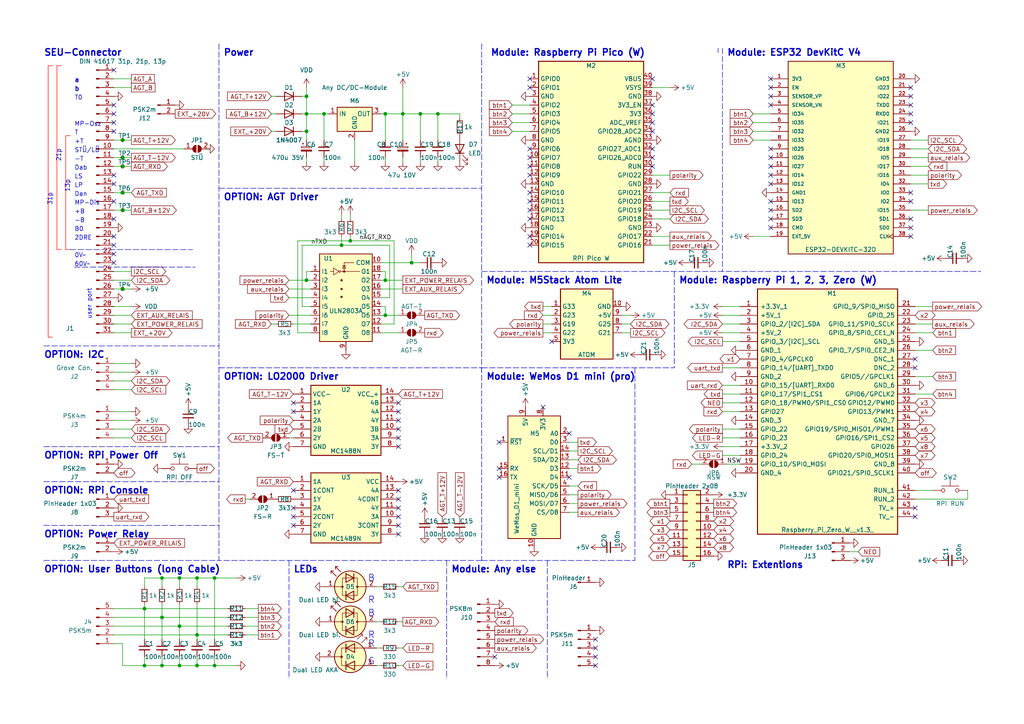
<source format=kicad_sch>
(kicad_sch (version 20211123) (generator eeschema)
  (paper "A4")
  (title_block (title "SEU-M") (date "2022-11-30") (rev "1.04") (company "Open Hardware") (comment 1 "Zum Einschieben in Ö-AGT oder LO2000"))
  (lib_symbols
    (symbol "Connector:Conn_01x01_Male" (pin_names (offset 1.016) hide)
      (property "Reference" "J" (at 0 2.54 0))
      (property "Value" "Conn_01x01_Male" (at 0 -2.54 0))
      (symbol "Conn_01x01_Male_1_1"
        (pin passive line (at 5.08 0 180) (length 3.81) (name "Pin_1") (number "1"))
      )
    )
    (symbol "Connector:Conn_01x02_Male" (pin_names (offset 1.016) hide)
      (property "Reference" "J" (at 0 2.54 0))
      (property "Value" "Conn_01x02_Male" (at 0 -5.08 0))
      (symbol "Conn_01x02_Male_1_1"
        (pin passive line (at 5.08 0 180) (length 3.81) (name "Pin_1") (number "1"))
        (pin passive line (at 5.08 -2.54 180) (length 3.81) (name "Pin_2") (number "2"))
      )
    )
    (symbol "Connector:Conn_01x03_Male" (pin_names (offset 1.016) hide)
      (property "Reference" "J" (at 0 5.08 0))
      (property "Value" "Conn_01x03_Male" (at 0 -5.08 0))
      (symbol "Conn_01x03_Male_1_1"
        (pin passive line (at 5.08 2.54 180) (length 3.81) (name "Pin_1") (number "1"))
        (pin passive line (at 5.08 0 180) (length 3.81) (name "Pin_2") (number "2"))
        (pin passive line (at 5.08 -2.54 180) (length 3.81) (name "Pin_3") (number "3"))
      )
    )
    (symbol "Connector:Conn_01x04_Male" (pin_names (offset 1.016) hide)
      (property "Reference" "J" (at 0 5.08 0))
      (property "Value" "Conn_01x04_Male" (at 0 -7.62 0))
      (symbol "Conn_01x04_Male_1_1"
        (pin passive line (at 5.08 2.54 180) (length 3.81) (name "Pin_1") (number "1"))
        (pin passive line (at 5.08 0 180) (length 3.81) (name "Pin_2") (number "2"))
        (pin passive line (at 5.08 -2.54 180) (length 3.81) (name "Pin_3") (number "3"))
        (pin passive line (at 5.08 -5.08 180) (length 3.81) (name "Pin_4") (number "4"))
      )
    )
    (symbol "Connector:Conn_01x05_Male" (pin_names (offset 1.016) hide)
      (property "Reference" "J" (at 0 7.62 0))
      (property "Value" "Conn_01x05_Male" (at 0 -7.62 0))
      (symbol "Conn_01x05_Male_1_1"
        (pin passive line (at 5.08 5.08 180) (length 3.81) (name "Pin_1") (number "1"))
        (pin passive line (at 5.08 2.54 180) (length 3.81) (name "Pin_2") (number "2"))
        (pin passive line (at 5.08 0 180) (length 3.81) (name "Pin_3") (number "3"))
        (pin passive line (at 5.08 -2.54 180) (length 3.81) (name "Pin_4") (number "4"))
        (pin passive line (at 5.08 -5.08 180) (length 3.81) (name "Pin_5") (number "5"))
      )
    )
    (symbol "Connector:Conn_01x08_Male" (pin_names (offset 1.016) hide)
      (property "Reference" "J" (at 0 10.16 0))
      (property "Value" "Conn_01x08_Male" (at 0 -12.7 0))
      (symbol "Conn_01x08_Male_1_1"
        (pin passive line (at 5.08 7.62 180) (length 3.81) (name "Pin_1") (number "1"))
        (pin passive line (at 5.08 5.08 180) (length 3.81) (name "Pin_2") (number "2"))
        (pin passive line (at 5.08 2.54 180) (length 3.81) (name "Pin_3") (number "3"))
        (pin passive line (at 5.08 0 180) (length 3.81) (name "Pin_4") (number "4"))
        (pin passive line (at 5.08 -2.54 180) (length 3.81) (name "Pin_5") (number "5"))
        (pin passive line (at 5.08 -5.08 180) (length 3.81) (name "Pin_6") (number "6"))
        (pin passive line (at 5.08 -7.62 180) (length 3.81) (name "Pin_7") (number "7"))
        (pin passive line (at 5.08 -10.16 180) (length 3.81) (name "Pin_8") (number "8"))
      )
    )
    (symbol "Connector:Conn_01x31_Male" (pin_names (offset 1.016) hide)
      (property "Reference" "J" (at 0 40.64 0))
      (property "Value" "Conn_01x31_Male" (at 0 -40.64 0))
      (symbol "Conn_01x31_Male_1_1"
        (pin passive line (at 5.08 38.1 180) (length 3.81) (name "Pin_1") (number "1"))
        (pin passive line (at 5.08 15.24 180) (length 3.81) (name "Pin_10") (number "10"))
        (pin passive line (at 5.08 12.7 180) (length 3.81) (name "Pin_11") (number "11"))
        (pin passive line (at 5.08 10.16 180) (length 3.81) (name "Pin_12") (number "12"))
        (pin passive line (at 5.08 7.62 180) (length 3.81) (name "Pin_13") (number "13"))
        (pin passive line (at 5.08 5.08 180) (length 3.81) (name "Pin_14") (number "14"))
        (pin passive line (at 5.08 2.54 180) (length 3.81) (name "Pin_15") (number "15"))
        (pin passive line (at 5.08 0 180) (length 3.81) (name "Pin_16") (number "16"))
        (pin passive line (at 5.08 -2.54 180) (length 3.81) (name "Pin_17") (number "17"))
        (pin passive line (at 5.08 -5.08 180) (length 3.81) (name "Pin_18") (number "18"))
        (pin passive line (at 5.08 -7.62 180) (length 3.81) (name "Pin_19") (number "19"))
        (pin passive line (at 5.08 35.56 180) (length 3.81) (name "Pin_2") (number "2"))
        (pin passive line (at 5.08 -10.16 180) (length 3.81) (name "Pin_20") (number "20"))
        (pin passive line (at 5.08 -12.7 180) (length 3.81) (name "Pin_21") (number "21"))
        (pin passive line (at 5.08 -15.24 180) (length 3.81) (name "Pin_22") (number "22"))
        (pin passive line (at 5.08 -17.78 180) (length 3.81) (name "Pin_23") (number "23"))
        (pin passive line (at 5.08 -20.32 180) (length 3.81) (name "Pin_24") (number "24"))
        (pin passive line (at 5.08 -22.86 180) (length 3.81) (name "Pin_25") (number "25"))
        (pin passive line (at 5.08 -25.4 180) (length 3.81) (name "Pin_26") (number "26"))
        (pin passive line (at 5.08 -27.94 180) (length 3.81) (name "Pin_27") (number "27"))
        (pin passive line (at 5.08 -30.48 180) (length 3.81) (name "Pin_28") (number "28"))
        (pin passive line (at 5.08 -33.02 180) (length 3.81) (name "Pin_29") (number "29"))
        (pin passive line (at 5.08 33.02 180) (length 3.81) (name "Pin_3") (number "3"))
        (pin passive line (at 5.08 -35.56 180) (length 3.81) (name "Pin_30") (number "30"))
        (pin passive line (at 5.08 -38.1 180) (length 3.81) (name "Pin_31") (number "31"))
        (pin passive line (at 5.08 30.48 180) (length 3.81) (name "Pin_4") (number "4"))
        (pin passive line (at 5.08 27.94 180) (length 3.81) (name "Pin_5") (number "5"))
        (pin passive line (at 5.08 25.4 180) (length 3.81) (name "Pin_6") (number "6"))
        (pin passive line (at 5.08 22.86 180) (length 3.81) (name "Pin_7") (number "7"))
        (pin passive line (at 5.08 20.32 180) (length 3.81) (name "Pin_8") (number "8"))
        (pin passive line (at 5.08 17.78 180) (length 3.81) (name "Pin_9") (number "9"))
      )
    )
    (symbol "Connector:TestPoint_Small" (pin_numbers hide) (pin_names (offset 0.762) hide)
      (property "Reference" "TP" (at 0 3.81 0))
      (property "Value" "TestPoint_Small" (at 0 2.032 0))
      (symbol "TestPoint_Small_1_1"
        (pin passive line (at 0 0 90) (length 0) (name "1") (number "1"))
      )
    )
    (symbol "Connector_Generic:Conn_02x08_Odd_Even" (pin_names (offset 1.016) hide)
      (property "Reference" "J" (at 1.27 10.16 0))
      (property "Value" "Conn_02x08_Odd_Even" (at 1.27 -12.7 0))
      (symbol "Conn_02x08_Odd_Even_1_1"
        (pin passive line (at -5.08 7.62 0) (length 3.81) (name "Pin_1") (number "1"))
        (pin passive line (at 7.62 -2.54 180) (length 3.81) (name "Pin_10") (number "10"))
        (pin passive line (at -5.08 -5.08 0) (length 3.81) (name "Pin_11") (number "11"))
        (pin passive line (at 7.62 -5.08 180) (length 3.81) (name "Pin_12") (number "12"))
        (pin passive line (at -5.08 -7.62 0) (length 3.81) (name "Pin_13") (number "13"))
        (pin passive line (at 7.62 -7.62 180) (length 3.81) (name "Pin_14") (number "14"))
        (pin passive line (at -5.08 -10.16 0) (length 3.81) (name "Pin_15") (number "15"))
        (pin passive line (at 7.62 -10.16 180) (length 3.81) (name "Pin_16") (number "16"))
        (pin passive line (at 7.62 7.62 180) (length 3.81) (name "Pin_2") (number "2"))
        (pin passive line (at -5.08 5.08 0) (length 3.81) (name "Pin_3") (number "3"))
        (pin passive line (at 7.62 5.08 180) (length 3.81) (name "Pin_4") (number "4"))
        (pin passive line (at -5.08 2.54 0) (length 3.81) (name "Pin_5") (number "5"))
        (pin passive line (at 7.62 2.54 180) (length 3.81) (name "Pin_6") (number "6"))
        (pin passive line (at -5.08 0 0) (length 3.81) (name "Pin_7") (number "7"))
        (pin passive line (at 7.62 0 180) (length 3.81) (name "Pin_8") (number "8"))
        (pin passive line (at -5.08 -2.54 0) (length 3.81) (name "Pin_9") (number "9"))
      )
    )
    (symbol "Converter_DCDC:OKI-78SR-5_1.5-W36-C"
      (property "Reference" "U" (at -3.81 3.175 0))
      (property "Value" "OKI-78SR-5_1.5-W36-C" (at 0 3.175 0))
      (symbol "OKI-78SR-5_1.5-W36-C_1_1"
        (pin power_in line (at -7.62 0 0) (length 2.54) (name "IN") (number "1"))
        (pin power_in line (at 0 -7.62 90) (length 2.54) (name "GND") (number "2"))
        (pin power_out line (at 7.62 0 180) (length 2.54) (name "OUT") (number "3"))
      )
    )
    (symbol "Device:C_Polarized_Small" (pin_numbers hide) (pin_names (offset 0.254) hide)
      (property "Reference" "C" (at 0.254 1.778 0))
      (property "Value" "C_Polarized_Small" (at 0.254 -2.032 0))
      (symbol "C_Polarized_Small_1_1"
        (pin passive line (at 0 2.54 270) (length 1.8542) (name "~") (number "1"))
        (pin passive line (at 0 -2.54 90) (length 1.8542) (name "~") (number "2"))
      )
    )
    (symbol "Device:C_Small" (pin_numbers hide) (pin_names (offset 0.254) hide)
      (property "Reference" "C" (at 0.254 1.778 0))
      (property "Value" "C_Small" (at 0.254 -2.032 0))
      (symbol "C_Small_1_1"
        (pin passive line (at 0 2.54 270) (length 2.032) (name "~") (number "1"))
        (pin passive line (at 0 -2.54 90) (length 2.032) (name "~") (number "2"))
      )
    )
    (symbol "Device:LED" (pin_numbers hide) (pin_names (offset 1.016) hide)
      (property "Reference" "D" (at 0 2.54 0))
      (property "Value" "LED" (at 0 -2.54 0))
      (symbol "LED_1_1"
        (pin passive line (at -3.81 0 0) (length 2.54) (name "K") (number "1"))
        (pin passive line (at 3.81 0 180) (length 2.54) (name "A") (number "2"))
      )
    )
    (symbol "Device:LED_Dual_AKA" (pin_names (offset 0) hide)
      (property "Reference" "D" (at 0 5.715 0))
      (property "Value" "LED_Dual_AKA" (at 0 -6.35 0))
      (symbol "LED_Dual_AKA_1_1"
        (pin input line (at 7.62 2.54 180) (length 3.81) (name "A1") (number "1"))
        (pin input line (at -7.62 0 0) (length 3.048) (name "K") (number "2"))
        (pin input line (at 7.62 -2.54 180) (length 3.81) (name "A2") (number "3"))
      )
    )
    (symbol "Device:LED_Dual_Bidirectional" (pin_names (offset 0) hide)
      (property "Reference" "D" (at 0 5.715 0))
      (property "Value" "LED_Dual_Bidirectional" (at 0 -6.35 0))
      (symbol "LED_Dual_Bidirectional_1_1"
        (pin input line (at 7.62 0 180) (length 3.81) (name "KA") (number "1"))
        (pin input line (at -7.62 0 0) (length 3.048) (name "AK") (number "2"))
      )
    )
    (symbol "Device:R_Small" (pin_numbers hide) (pin_names (offset 0.254) hide)
      (property "Reference" "R" (at 0.762 0.508 0))
      (property "Value" "R_Small" (at 0.762 -1.016 0))
      (symbol "R_Small_1_1"
        (pin passive line (at 0 2.54 270) (length 0.762) (name "~") (number "1"))
        (pin passive line (at 0 -2.54 90) (length 0.762) (name "~") (number "2"))
      )
    )
    (symbol "Devkit4:ATOM"
      (property "Reference" "M" (at 0 8.89 0))
      (property "Value" "ATOM" (at 0 -8.89 0))
      (symbol "ATOM_1_1"
        (pin bidirectional line (at -10.16 5.08 0) (length 2.54) (name "G33") (number "1"))
        (pin power_in line (at 10.16 5.08 180) (length 2.54) (name "GND") (number "10"))
        (pin bidirectional line (at -10.16 2.54 0) (length 2.54) (name "G23") (number "2"))
        (pin bidirectional line (at -10.16 0 0) (length 2.54) (name "G19") (number "3"))
        (pin bidirectional line (at -10.16 -2.54 0) (length 2.54) (name "G22") (number "4"))
        (pin power_out line (at -10.16 -5.08 0) (length 2.54) (name "3V3") (number "5"))
        (pin bidirectional line (at 10.16 -2.54 180) (length 2.54) (name "G21") (number "7"))
        (pin bidirectional line (at 10.16 0 180) (length 2.54) (name "G25") (number "8"))
        (pin power_in line (at 10.16 2.54 180) (length 2.54) (name "+5V") (number "9"))
      )
    )
    (symbol "Devkit4:ESP32-DEVKITC-32D" (pin_names (offset 1.016))
      (property "Reference" "M" (at -1.27 25.4 0))
      (property "Value" "ESP32-DEVKITC-32D" (at -10.16 -26.67 0))
      (symbol "ESP32-DEVKITC-32D_0_0"
        (pin power_in line (at -20.32 22.86 0) (length 5.08) (name "3V3") (number "1"))
        (pin bidirectional line (at -20.32 0 0) (length 5.08) (name "IO26") (number "10"))
        (pin bidirectional line (at -20.32 -2.54 0) (length 5.08) (name "IO27") (number "11"))
        (pin bidirectional line (at -20.32 -5.08 0) (length 5.08) (name "IO14") (number "12"))
        (pin bidirectional line (at -20.32 -7.62 0) (length 5.08) (name "IO12") (number "13"))
        (pin power_in line (at -20.32 -10.16 0) (length 5.08) (name "GND1") (number "14"))
        (pin bidirectional line (at -20.32 -12.7 0) (length 5.08) (name "IO13") (number "15"))
        (pin bidirectional line (at -20.32 -15.24 0) (length 5.08) (name "SD2") (number "16"))
        (pin bidirectional line (at -20.32 -17.78 0) (length 5.08) (name "SD3") (number "17"))
        (pin bidirectional line (at -20.32 -20.32 0) (length 5.08) (name "CMD") (number "18"))
        (pin power_in line (at -20.32 -22.86 0) (length 5.08) (name "EXT_5V") (number "19"))
        (pin input line (at -20.32 20.32 0) (length 5.08) (name "EN") (number "2"))
        (pin power_in line (at 20.32 22.86 180) (length 5.08) (name "GND3") (number "20"))
        (pin bidirectional line (at 20.32 20.32 180) (length 5.08) (name "IO23") (number "21"))
        (pin bidirectional line (at 20.32 17.78 180) (length 5.08) (name "IO22") (number "22"))
        (pin output line (at 20.32 15.24 180) (length 5.08) (name "TXD0") (number "23"))
        (pin input line (at 20.32 12.7 180) (length 5.08) (name "RXD0") (number "24"))
        (pin bidirectional line (at 20.32 10.16 180) (length 5.08) (name "IO21") (number "25"))
        (pin power_in line (at 20.32 7.62 180) (length 5.08) (name "GND2") (number "26"))
        (pin bidirectional line (at 20.32 5.08 180) (length 5.08) (name "IO19") (number "27"))
        (pin bidirectional line (at 20.32 2.54 180) (length 5.08) (name "IO18") (number "28"))
        (pin bidirectional line (at 20.32 0 180) (length 5.08) (name "IO5") (number "29"))
        (pin input line (at -20.32 17.78 0) (length 5.08) (name "SENSOR_VP") (number "3"))
        (pin bidirectional line (at 20.32 -2.54 180) (length 5.08) (name "IO17") (number "30"))
        (pin bidirectional line (at 20.32 -5.08 180) (length 5.08) (name "IO16") (number "31"))
        (pin bidirectional line (at 20.32 -7.62 180) (length 5.08) (name "IO4") (number "32"))
        (pin bidirectional line (at 20.32 -10.16 180) (length 5.08) (name "IO0") (number "33"))
        (pin bidirectional line (at 20.32 -12.7 180) (length 5.08) (name "IO2") (number "34"))
        (pin bidirectional line (at 20.32 -15.24 180) (length 5.08) (name "IO15") (number "35"))
        (pin bidirectional line (at 20.32 -17.78 180) (length 5.08) (name "SD1") (number "36"))
        (pin bidirectional line (at 20.32 -20.32 180) (length 5.08) (name "SD0") (number "37"))
        (pin input clock (at 20.32 -22.86 180) (length 5.08) (name "CLK") (number "38"))
        (pin input line (at -20.32 15.24 0) (length 5.08) (name "SENSOR_VN") (number "4"))
        (pin bidirectional line (at -20.32 12.7 0) (length 5.08) (name "IO34") (number "5"))
        (pin bidirectional line (at -20.32 10.16 0) (length 5.08) (name "IO35") (number "6"))
        (pin bidirectional line (at -20.32 7.62 0) (length 5.08) (name "IO32") (number "7"))
        (pin bidirectional line (at -20.32 5.08 0) (length 5.08) (name "IO33") (number "8"))
        (pin bidirectional line (at -20.32 2.54 0) (length 5.08) (name "IO25") (number "9"))
      )
    )
    (symbol "Diode:1N4007" (pin_numbers hide) (pin_names hide)
      (property "Reference" "D" (at 0 2.54 0))
      (property "Value" "1N4007" (at 0 -2.54 0))
      (symbol "1N4007_1_1"
        (pin passive line (at -3.81 0 0) (length 2.54) (name "K") (number "1"))
        (pin passive line (at 3.81 0 180) (length 2.54) (name "A") (number "2"))
      )
    )
    (symbol "JK:MC1488N"
      (property "Reference" "U" (at 0 8.89 0))
      (property "Value" "MC1488N" (at 0 -8.89 0))
      (symbol "MC1488N_0_0"
        (pin power_in line (at -15.24 7.62 0) (length 5.08) (name "VCC-") (number "1"))
        (pin input line (at 15.24 -2.54 180) (length 5.08) (name "3B") (number "10"))
        (pin output line (at 15.24 0 180) (length 5.08) (name "4Y") (number "11"))
        (pin input line (at 15.24 2.54 180) (length 5.08) (name "4A") (number "12"))
        (pin input line (at 15.24 5.08 180) (length 5.08) (name "4B") (number "13"))
        (pin power_in line (at 15.24 7.62 180) (length 5.08) (name "VCC_+") (number "14"))
        (pin input line (at -15.24 5.08 0) (length 5.08) (name "1A") (number "2"))
        (pin output line (at -15.24 2.54 0) (length 5.08) (name "1Y") (number "3"))
        (pin input line (at -15.24 0 0) (length 5.08) (name "2A") (number "4"))
        (pin input line (at -15.24 -2.54 0) (length 5.08) (name "2B") (number "5"))
        (pin output line (at -15.24 -5.08 0) (length 5.08) (name "2Y") (number "6"))
        (pin power_in line (at -15.24 -7.62 0) (length 5.08) (name "GND") (number "7"))
        (pin output line (at 15.24 -7.62 180) (length 5.08) (name "3Y") (number "8"))
        (pin input line (at 15.24 -5.08 180) (length 5.08) (name "3A") (number "9"))
      )
    )
    (symbol "JK:MC1489N"
      (property "Reference" "U" (at 0 8.89 0))
      (property "Value" "MC1489N" (at 0 -8.89 0))
      (symbol "MC1489N_0_0"
        (pin input line (at -15.24 7.62 0) (length 5.08) (name "1A") (number "1"))
        (pin input line (at 15.24 -2.54 180) (length 5.08) (name "3A") (number "10"))
        (pin output line (at 15.24 0 180) (length 5.08) (name "4Y") (number "11"))
        (pin passive line (at 15.24 2.54 180) (length 5.08) (name "4CONT") (number "12"))
        (pin input line (at 15.24 5.08 180) (length 5.08) (name "4A") (number "13"))
        (pin power_in line (at 15.24 7.62 180) (length 5.08) (name "VCC") (number "14"))
        (pin passive line (at -15.24 5.08 0) (length 5.08) (name "1CONT") (number "2"))
        (pin output line (at -15.24 2.54 0) (length 5.08) (name "1Y") (number "3"))
        (pin input line (at -15.24 0 0) (length 5.08) (name "2A") (number "4"))
        (pin passive line (at -15.24 -2.54 0) (length 5.08) (name "2CONT") (number "5"))
        (pin power_out line (at -15.24 -5.08 0) (length 5.08) (name "2Y") (number "6"))
        (pin power_in line (at -15.24 -7.62 0) (length 5.08) (name "GND") (number "7"))
        (pin output line (at 15.24 -7.62 180) (length 5.08) (name "3Y") (number "8"))
        (pin passive line (at 15.24 -5.08 180) (length 5.08) (name "3CONT") (number "9"))
      )
    )
    (symbol "JK:RPi Pico W"
      (property "Reference" "M" (at 0 27.94 0))
      (property "Value" "RPi Pico W" (at 0 -27.94 0))
      (symbol "RPi Pico W_1_1"
        (pin bidirectional line (at -17.78 24.13 0) (length 2.54) (name "GPIO0") (number "1"))
        (pin bidirectional line (at -17.78 1.27 0) (length 2.54) (name "GPIO7") (number "10"))
        (pin bidirectional line (at -17.78 -1.27 0) (length 2.54) (name "GPIO8") (number "11"))
        (pin bidirectional line (at -17.78 -3.81 0) (length 2.54) (name "GPIO9") (number "12"))
        (pin power_in line (at -17.78 -6.35 0) (length 2.54) (name "GND") (number "13"))
        (pin bidirectional line (at -17.78 -8.89 0) (length 2.54) (name "GPIO10") (number "14"))
        (pin bidirectional line (at -17.78 -11.43 0) (length 2.54) (name "GPIO11") (number "15"))
        (pin bidirectional line (at -17.78 -13.97 0) (length 2.54) (name "GPIO12") (number "16"))
        (pin bidirectional line (at -17.78 -16.51 0) (length 2.54) (name "GPIO13") (number "17"))
        (pin power_in line (at -17.78 -19.05 0) (length 2.54) (name "GND") (number "18"))
        (pin bidirectional line (at -17.78 -21.59 0) (length 2.54) (name "GPIO14") (number "19"))
        (pin bidirectional line (at -17.78 21.59 0) (length 2.54) (name "GPIO1") (number "2"))
        (pin bidirectional line (at -17.78 -24.13 0) (length 2.54) (name "GPIO15") (number "20"))
        (pin bidirectional line (at 17.78 -24.13 180) (length 2.54) (name "GPIO16") (number "21"))
        (pin bidirectional line (at 17.78 -21.59 180) (length 2.54) (name "GPIO17") (number "22"))
        (pin power_in line (at 17.78 -19.05 180) (length 2.54) (name "GND") (number "23"))
        (pin bidirectional line (at 17.78 -16.51 180) (length 2.54) (name "GPIO18") (number "24"))
        (pin bidirectional line (at 17.78 -13.97 180) (length 2.54) (name "GPIO19") (number "25"))
        (pin bidirectional line (at 17.78 -11.43 180) (length 2.54) (name "GPIO20") (number "26"))
        (pin bidirectional line (at 17.78 -8.89 180) (length 2.54) (name "GPIO21") (number "27"))
        (pin power_in line (at 17.78 -6.35 180) (length 2.54) (name "GND") (number "28"))
        (pin bidirectional line (at 17.78 -3.81 180) (length 2.54) (name "GPIO22") (number "29"))
        (pin power_in line (at -17.78 19.05 0) (length 2.54) (name "GND") (number "3"))
        (pin input line (at 17.78 -1.27 180) (length 2.54) (name "RUN") (number "30"))
        (pin bidirectional line (at 17.78 1.27 180) (length 2.54) (name "GPIO26_ADC0") (number "31"))
        (pin bidirectional line (at 17.78 3.81 180) (length 2.54) (name "GPIO27_ADC1") (number "32"))
        (pin power_in line (at 17.78 6.35 180) (length 2.54) (name "AGND") (number "33"))
        (pin bidirectional line (at 17.78 8.89 180) (length 2.54) (name "GPIO28_ADC2") (number "34"))
        (pin power_in line (at 17.78 11.43 180) (length 2.54) (name "ADC_VREF") (number "35"))
        (pin power_in line (at 17.78 13.97 180) (length 2.54) (name "3V3") (number "36"))
        (pin input line (at 17.78 16.51 180) (length 2.54) (name "3V3_EN") (number "37"))
        (pin bidirectional line (at 17.78 19.05 180) (length 2.54) (name "GND") (number "38"))
        (pin power_in line (at 17.78 21.59 180) (length 2.54) (name "VSYS") (number "39"))
        (pin bidirectional line (at -17.78 16.51 0) (length 2.54) (name "GPIO2") (number "4"))
        (pin power_in line (at 17.78 24.13 180) (length 2.54) (name "VBUS") (number "40"))
        (pin bidirectional line (at -17.78 13.97 0) (length 2.54) (name "GPIO3") (number "5"))
        (pin bidirectional line (at -17.78 11.43 0) (length 2.54) (name "GPIO4") (number "6"))
        (pin bidirectional line (at -17.78 8.89 0) (length 2.54) (name "GPIO5") (number "7"))
        (pin power_in line (at -17.78 6.35 0) (length 2.54) (name "GND") (number "8"))
        (pin bidirectional line (at -17.78 3.81 0) (length 2.54) (name "GPIO6") (number "9"))
      )
    )
    (symbol "Jumper:SolderJumper_2_Open" (pin_names (offset 0) hide)
      (property "Reference" "JP" (at 0 2.032 0))
      (property "Value" "SolderJumper_2_Open" (at 0 -2.54 0))
      (symbol "SolderJumper_2_Open_1_1"
        (pin passive line (at -3.81 0 0) (length 2.54) (name "A") (number "1"))
        (pin passive line (at 3.81 0 180) (length 2.54) (name "B") (number "2"))
      )
    )
    (symbol "MCU_Module:WeMos_D1_mini"
      (property "Reference" "U" (at 3.81 19.05 0))
      (property "Value" "WeMos_D1_mini" (at 1.27 -19.05 0))
      (symbol "WeMos_D1_mini_1_1"
        (pin input line (at -10.16 10.16 0) (length 2.54) (name "~{RST}") (number "1"))
        (pin power_in line (at 0 -20.32 90) (length 2.54) (name "GND") (number "10"))
        (pin bidirectional line (at 10.16 0 180) (length 2.54) (name "D4") (number "11"))
        (pin bidirectional line (at 10.16 2.54 180) (length 2.54) (name "D3") (number "12"))
        (pin bidirectional line (at 10.16 5.08 180) (length 2.54) (name "SDA/D2") (number "13"))
        (pin bidirectional line (at 10.16 7.62 180) (length 2.54) (name "SCL/D1") (number "14"))
        (pin input line (at -10.16 2.54 0) (length 2.54) (name "RX") (number "15"))
        (pin output line (at -10.16 0 0) (length 2.54) (name "TX") (number "16"))
        (pin input line (at 10.16 12.7 180) (length 2.54) (name "A0") (number "2"))
        (pin bidirectional line (at 10.16 10.16 180) (length 2.54) (name "D0") (number "3"))
        (pin bidirectional line (at 10.16 -2.54 180) (length 2.54) (name "SCK/D5") (number "4"))
        (pin bidirectional line (at 10.16 -5.08 180) (length 2.54) (name "MISO/D6") (number "5"))
        (pin bidirectional line (at 10.16 -7.62 180) (length 2.54) (name "MOSI/D7") (number "6"))
        (pin bidirectional line (at 10.16 -10.16 180) (length 2.54) (name "CS/D8") (number "7"))
        (pin power_out line (at 2.54 20.32 270) (length 2.54) (name "3V3") (number "8"))
        (pin power_in line (at -2.54 20.32 270) (length 2.54) (name "5V") (number "9"))
      )
    )
    (symbol "RyspiZero:Raspberry_Pi_Zero_W__v1.3_" (pin_names (offset 0.762))
      (property "Reference" "IC" (at 46.99 7.62 0))
      (property "Value" "Raspberry_Pi_Zero_W__v1.3_" (at 46.99 5.08 0))
      (symbol "Raspberry_Pi_Zero_W__v1.3__0_0"
        (pin power_out line (at 0 0 0) (length 5.08) (name "+3.3V_1") (number "1"))
        (pin passive line (at 0 -22.86 0) (length 5.08) (name "GPIO_15/[UART]_RXD0") (number "10"))
        (pin passive line (at 0 -25.4 0) (length 5.08) (name "GPIO_17/SPI1_CS1") (number "11"))
        (pin passive line (at 0 -27.94 0) (length 5.08) (name "GPIO_18/PWM0/SPI1_CS0") (number "12"))
        (pin passive line (at 0 -30.48 0) (length 5.08) (name "GPIO27") (number "13"))
        (pin passive line (at 0 -33.02 0) (length 5.08) (name "GND_3") (number "14"))
        (pin passive line (at 0 -35.56 0) (length 5.08) (name "GPIO_22") (number "15"))
        (pin passive line (at 0 -38.1 0) (length 5.08) (name "GPIO_23") (number "16"))
        (pin passive line (at 0 -40.64 0) (length 5.08) (name "+3.3V_2") (number "17"))
        (pin passive line (at 0 -43.18 0) (length 5.08) (name "GPIO_24") (number "18"))
        (pin passive line (at 0 -45.72 0) (length 5.08) (name "GPIO_10/SPI0_MOSI") (number "19"))
        (pin power_in line (at 0 -2.54 0) (length 5.08) (name "+5V_1") (number "2"))
        (pin passive line (at 0 -48.26 0) (length 5.08) (name "GND_4") (number "20"))
        (pin passive line (at 50.8 0 180) (length 5.08) (name "GPIO_9/SPI0_MISO") (number "21"))
        (pin passive line (at 50.8 -2.54 180) (length 5.08) (name "GPIO_25") (number "22"))
        (pin passive line (at 50.8 -5.08 180) (length 5.08) (name "GPIO_11/SPI0_SCLK") (number "23"))
        (pin passive line (at 50.8 -7.62 180) (length 5.08) (name "GPIO_8/SPI0_CE1_N") (number "24"))
        (pin passive line (at 50.8 -10.16 180) (length 5.08) (name "GND_5") (number "25"))
        (pin passive line (at 50.8 -12.7 180) (length 5.08) (name "GPIO_7/SPI0_CE2_N") (number "26"))
        (pin passive line (at 50.8 -15.24 180) (length 5.08) (name "DNC_1") (number "27"))
        (pin passive line (at 50.8 -17.78 180) (length 5.08) (name "DNC_2") (number "28"))
        (pin passive line (at 50.8 -20.32 180) (length 5.08) (name "GPIO5//GPCLK1") (number "29"))
        (pin passive line (at 0 -5.08 0) (length 5.08) (name "GPIO_2/[I2C]_SDA") (number "3"))
        (pin passive line (at 50.8 -22.86 180) (length 5.08) (name "GND_6") (number "30"))
        (pin passive line (at 50.8 -25.4 180) (length 5.08) (name "GPIO6/GPCLK2") (number "31"))
        (pin passive line (at 50.8 -27.94 180) (length 5.08) (name "GPIO12/PWM0") (number "32"))
        (pin passive line (at 50.8 -30.48 180) (length 5.08) (name "GPIO13/PWM1") (number "33"))
        (pin passive line (at 50.8 -33.02 180) (length 5.08) (name "GND_7") (number "34"))
        (pin passive line (at 50.8 -35.56 180) (length 5.08) (name "GPIO19/SPI0_MISO1/PWM1") (number "35"))
        (pin passive line (at 50.8 -38.1 180) (length 5.08) (name "GPIO16/SPI1_CS2") (number "36"))
        (pin passive line (at 50.8 -40.64 180) (length 5.08) (name "GPIO26") (number "37"))
        (pin passive line (at 50.8 -43.18 180) (length 5.08) (name "GPIO20/SPI0_MOSI1") (number "38"))
        (pin passive line (at 50.8 -45.72 180) (length 5.08) (name "GND_8") (number "39"))
        (pin power_in line (at 0 -7.62 0) (length 5.08) (name "+5V_2") (number "4"))
        (pin passive line (at 50.8 -48.26 180) (length 5.08) (name "GPIO21/SPI0_SCLK1") (number "40"))
        (pin passive line (at 50.8 -53.34 180) (length 5.08) (name "RUN_1") (number "41"))
        (pin passive line (at 50.8 -55.88 180) (length 5.08) (name "RUN_2") (number "42"))
        (pin passive line (at 50.8 -58.42 180) (length 5.08) (name "TV_+") (number "43"))
        (pin passive line (at 50.8 -60.96 180) (length 5.08) (name "TV_-") (number "44"))
        (pin passive line (at 0 -10.16 0) (length 5.08) (name "GPIO_3/[I2C]_SCL") (number "5"))
        (pin passive line (at 0 -12.7 0) (length 5.08) (name "GND_1") (number "6"))
        (pin passive line (at 0 -15.24 0) (length 5.08) (name "GPIO_4/GPCLK0") (number "7"))
        (pin passive line (at 0 -17.78 0) (length 5.08) (name "GPIO_14/[UART]_TXD0") (number "8"))
        (pin passive line (at 0 -20.32 0) (length 5.08) (name "GND_2") (number "9"))
      )
    )
    (symbol "Switch:SW_Push" (pin_numbers hide) (pin_names (offset 1.016) hide)
      (property "Reference" "SW" (at 1.27 2.54 0))
      (property "Value" "SW_Push" (at 0 -1.524 0))
      (symbol "SW_Push_0_1"
        (pin passive line (at -5.08 0 0) (length 2.54) (name "1") (number "1"))
        (pin passive line (at 5.08 0 180) (length 2.54) (name "2") (number "2"))
      )
    )
    (symbol "Transistor_Array:ULN2803A"
      (property "Reference" "U" (at 0 13.335 0))
      (property "Value" "ULN2803A" (at 0 11.43 0))
      (symbol "ULN2803A_1_1"
        (pin input line (at -10.16 5.08 0) (length 2.54) (name "I1") (number "1"))
        (pin passive line (at 10.16 7.62 180) (length 2.54) (name "COM") (number "10"))
        (pin open_collector line (at 10.16 -12.7 180) (length 2.54) (name "O8") (number "11"))
        (pin open_collector line (at 10.16 -10.16 180) (length 2.54) (name "O7") (number "12"))
        (pin open_collector line (at 10.16 -7.62 180) (length 2.54) (name "O6") (number "13"))
        (pin open_collector line (at 10.16 -5.08 180) (length 2.54) (name "O5") (number "14"))
        (pin open_collector line (at 10.16 -2.54 180) (length 2.54) (name "O4") (number "15"))
        (pin open_collector line (at 10.16 0 180) (length 2.54) (name "O3") (number "16"))
        (pin open_collector line (at 10.16 2.54 180) (length 2.54) (name "O2") (number "17"))
        (pin open_collector line (at 10.16 5.08 180) (length 2.54) (name "O1") (number "18"))
        (pin input line (at -10.16 2.54 0) (length 2.54) (name "I2") (number "2"))
        (pin input line (at -10.16 0 0) (length 2.54) (name "I3") (number "3"))
        (pin input line (at -10.16 -2.54 0) (length 2.54) (name "I4") (number "4"))
        (pin input line (at -10.16 -5.08 0) (length 2.54) (name "I5") (number "5"))
        (pin input line (at -10.16 -7.62 0) (length 2.54) (name "I6") (number "6"))
        (pin input line (at -10.16 -10.16 0) (length 2.54) (name "I7") (number "7"))
        (pin input line (at -10.16 -12.7 0) (length 2.54) (name "I8") (number "8"))
        (pin power_in line (at 0 -17.78 90) (length 2.54) (name "GND") (number "9"))
      )
    )
    (symbol "power:+3.3V" (power) (pin_names (offset 0))
      (property "Value" "+3.3V" (at 0 3.556 0))
      (symbol "+3.3V_1_1"
        (pin power_in line (at 0 0 90) (length 0) hide (name "+3.3V") (number "1"))
      )
    )
    (symbol "power:+5V" (power) (pin_names (offset 0))
      (property "Value" "+5V" (at 0 3.556 0))
      (symbol "+5V_1_1"
        (pin power_in line (at 0 0 90) (length 0) hide (name "+5V") (number "1"))
      )
    )
    (symbol "power:GND" (power) (pin_names (offset 0))
      (property "Value" "GND" (at 0 -3.81 0))
      (symbol "GND_1_1"
        (pin power_in line (at 0 0 270) (length 0) hide (name "GND") (number "1"))
      )
    )
    (symbol "power:VDD" (power) (pin_names (offset 0))
      (property "Value" "VDD" (at 0 3.81 0))
      (symbol "VDD_1_1"
        (pin power_in line (at 0 0 90) (length 0) hide (name "VDD") (number "1"))
      )
    )
  )
  (junction (at 93.98 33.02))
  (junction (at 111.76 33.02))
  (junction (at 52.07 167.64))
  (junction (at 62.23 167.64))
  (junction (at 57.15 167.64))
  (junction (at 62.23 193.04))
  (junction (at 101.6 69.85))
  (junction (at 41.91 193.04))
  (junction (at 111.76 81.28))
  (junction (at 35.56 83.82))
  (junction (at 46.99 167.64))
  (junction (at 99.06 71.12))
  (junction (at 121.92 33.02))
  (junction (at 116.84 33.02))
  (junction (at 41.91 176.53))
  (junction (at 46.99 179.07))
  (junction (at 127 33.02))
  (junction (at 88.9 81.28))
  (junction (at 111.76 91.44))
  (junction (at 52.07 193.04))
  (junction (at 35.56 48.26))
  (junction (at 35.56 45.72))
  (junction (at 119.38 76.2))
  (junction (at 35.56 55.88))
  (junction (at 46.99 193.04))
  (junction (at 88.9 38.1))
  (junction (at 35.5832 60.96))
  (junction (at 52.07 181.61))
  (junction (at 57.15 193.04))
  (junction (at 57.15 184.15))
  (junction (at 35.56 40.64))
  (junction (at 88.9 27.94))
  (junction (at 88.9 33.02))
  (no_connect (at 115.57 116.84))
  (no_connect (at 85.09 152.4))
  (no_connect (at 115.57 149.86))
  (no_connect (at 144.78 135.89))
  (no_connect (at 264.16 25.4))
  (no_connect (at 223.52 63.5))
  (no_connect (at 223.52 58.42))
  (no_connect (at 223.52 53.34))
  (no_connect (at 189.23 45.72))
  (no_connect (at 189.23 48.26))
  (no_connect (at 189.23 38.1))
  (no_connect (at 189.23 35.56))
  (no_connect (at 189.23 43.18))
  (no_connect (at 223.52 27.94))
  (no_connect (at 115.57 142.24))
  (no_connect (at 172.72 187.96))
  (no_connect (at 115.57 129.54))
  (no_connect (at 115.57 144.78))
  (no_connect (at 143.51 190.5))
  (no_connect (at 172.72 193.04))
  (no_connect (at 33.02 76.2))
  (no_connect (at 165.1 125.73))
  (no_connect (at 144.78 128.27))
  (no_connect (at 264.16 33.02))
  (no_connect (at 85.09 142.24))
  (no_connect (at 157.48 118.11))
  (no_connect (at 85.09 149.86))
  (no_connect (at 172.72 190.5))
  (no_connect (at 160.02 99.06))
  (no_connect (at 115.57 121.92))
  (no_connect (at 264.16 35.56))
  (no_connect (at 172.72 185.42))
  (no_connect (at 144.78 138.43))
  (no_connect (at 33.02 20.32))
  (no_connect (at 33.02 35.56))
  (no_connect (at 33.02 38.1))
  (no_connect (at 33.02 33.02))
  (no_connect (at 33.02 30.48))
  (no_connect (at 85.09 119.38))
  (no_connect (at 115.57 147.32))
  (no_connect (at 33.02 50.8))
  (no_connect (at 33.02 71.12))
  (no_connect (at 33.02 68.58))
  (no_connect (at 33.02 53.34))
  (no_connect (at 33.02 63.5))
  (no_connect (at 33.02 58.42))
  (no_connect (at 153.67 45.72))
  (no_connect (at 265.43 104.14))
  (no_connect (at 264.16 27.94))
  (no_connect (at 153.67 22.86))
  (no_connect (at 153.67 25.4))
  (no_connect (at 153.67 43.18))
  (no_connect (at 115.57 124.46))
  (no_connect (at 33.02 73.66))
  (no_connect (at 165.1 138.43))
  (no_connect (at 223.52 22.86))
  (no_connect (at 115.57 154.94))
  (no_connect (at 115.57 127))
  (no_connect (at 265.43 106.68))
  (no_connect (at 223.52 60.96))
  (no_connect (at 223.52 66.04))
  (no_connect (at 264.16 58.42))
  (no_connect (at 264.16 55.88))
  (no_connect (at 264.16 63.5))
  (no_connect (at 264.16 66.04))
  (no_connect (at 264.16 68.58))
  (no_connect (at 115.57 119.38))
  (no_connect (at 265.43 147.32))
  (no_connect (at 265.43 149.86))
  (no_connect (at 264.16 30.48))
  (no_connect (at 153.67 60.96))
  (no_connect (at 153.67 63.5))
  (no_connect (at 153.67 68.58))
  (no_connect (at 153.67 71.12))
  (no_connect (at 153.67 48.26))
  (no_connect (at 153.67 50.8))
  (no_connect (at 153.67 55.88))
  (no_connect (at 153.67 58.42))
  (no_connect (at 189.23 22.86))
  (no_connect (at 189.23 30.48))
  (no_connect (at 223.52 25.4))
  (no_connect (at 223.52 30.48))
  (no_connect (at 223.52 43.18))
  (no_connect (at 223.52 45.72))
  (no_connect (at 223.52 48.26))
  (no_connect (at 223.52 50.8))
  (no_connect (at 115.57 152.4))
  (no_connect (at 85.09 116.84))
  (no_connect (at 189.23 33.02))
  (no_connect (at 85.09 147.32))
  (wire (pts (xy 121.92 33.02) (xy 127 33.02)))
  (wire (pts (xy 87.63 71.12) (xy 87.63 88.9)))
  (wire (pts (xy 119.38 73.66) (xy 119.38 76.2)))
  (wire (pts (xy 57.15 175.26) (xy 57.15 184.15)))
  (wire (pts (xy 83.82 127) (xy 85.09 127)))
  (wire (pts (xy 165.1 146.05) (xy 167.64 146.05)))
  (wire (pts (xy 83.82 91.44) (xy 90.17 91.44)))
  (wire (pts (xy 33.02 55.88) (xy 35.56 55.88)))
  (wire (pts (xy 157.48 91.44) (xy 160.02 91.44)))
  (polyline (pts (xy 19.05 72.39) (xy 20.32 72.39)) (stroke (width 0) (type solid) (color 255 0 0 1)))
  (wire (pts (xy 33.02 179.07) (xy 46.99 179.07)))
  (wire (pts (xy 265.43 93.98) (xy 270.51 93.98)))
  (polyline (pts (xy 139.7 162.56) (xy 63.5 162.56)))
  (wire (pts (xy 35.56 45.72) (xy 38.1 45.72)))
  (wire (pts (xy 88.9 38.1) (xy 87.63 38.1)))
  (wire (pts (xy 52.07 167.64) (xy 57.15 167.64)))
  (wire (pts (xy 209.55 88.9) (xy 214.63 88.9)))
  (wire (pts (xy 83.82 83.82) (xy 90.17 83.82)))
  (wire (pts (xy 133.35 33.02) (xy 133.35 34.29)))
  (wire (pts (xy 33.02 93.98) (xy 38.1 93.98)))
  (wire (pts (xy 86.36 69.85) (xy 101.6 69.85)))
  (polyline (pts (xy 12.7 100.33) (xy 63.5 100.33)))
  (wire (pts (xy 116.84 33.02) (xy 116.84 40.64)))
  (polyline (pts (xy 139.7 106.68) (xy 195.58 106.68)))
  (wire (pts (xy 110.49 78.74) (xy 111.76 78.74)))
  (wire (pts (xy 62.23 193.04) (xy 68.58 193.04)))
  (wire (pts (xy 209.55 114.3) (xy 214.63 114.3)))
  (wire (pts (xy 111.76 33.02) (xy 111.76 40.64)))
  (wire (pts (xy 110.49 96.52) (xy 115.57 96.52)))
  (polyline (pts (xy 158.75 162.56) (xy 158.75 196.85)))
  (polyline (pts (xy 12.7 162.56) (xy 63.5 162.56)))
  (wire (pts (xy 57.15 167.64) (xy 62.23 167.64)))
  (wire (pts (xy 41.91 193.04) (xy 46.99 193.04)))
  (wire (pts (xy 88.9 25.4) (xy 88.9 27.94)))
  (wire (pts (xy 127 33.02) (xy 127 40.64)))
  (wire (pts (xy 99.06 71.12) (xy 87.63 71.12)))
  (wire (pts (xy 88.9 33.02) (xy 93.98 33.02)))
  (wire (pts (xy 52.07 181.61) (xy 66.04 181.61)))
  (wire (pts (xy 209.55 96.52) (xy 214.63 96.52)))
  (wire (pts (xy 33.02 186.69) (xy 35.56 186.69)))
  (wire (pts (xy 200.66 134.62) (xy 203.2 134.62)))
  (wire (pts (xy 165.1 128.27) (xy 167.64 128.27)))
  (polyline (pts (xy 16.51 19.05) (xy 16.51 72.39)) (stroke (width 0) (type solid) (color 255 0 0 1)))
  (wire (pts (xy 110.49 93.98) (xy 114.3 93.98)))
  (wire (pts (xy 71.12 144.78) (xy 72.39 144.78)))
  (wire (pts (xy 35.56 193.04) (xy 41.91 193.04)))
  (wire (pts (xy 264.16 50.8) (xy 269.24 50.8)))
  (polyline (pts (xy 20.32 72.39) (xy 55.88 72.39)))
  (wire (pts (xy 41.91 175.26) (xy 41.91 176.53)))
  (polyline (pts (xy 208.28 13.97) (xy 208.28 15.24)))
  (wire (pts (xy 33.02 105.41) (xy 38.1 105.41)))
  (polyline (pts (xy 139.7 12.7) (xy 139.7 162.56)))
  (wire (pts (xy 264.16 40.64) (xy 269.24 40.64)))
  (wire (pts (xy 93.98 45.72) (xy 93.98 46.99)))
  (wire (pts (xy 116.84 45.72) (xy 116.84 46.99)))
  (wire (pts (xy 248.92 160.02) (xy 246.38 160.02)))
  (wire (pts (xy 180.34 91.44) (xy 182.88 91.44)))
  (wire (pts (xy 102.87 40.64) (xy 102.87 46.99)))
  (wire (pts (xy 87.63 33.02) (xy 88.9 33.02)))
  (wire (pts (xy 111.76 91.44) (xy 115.57 91.44)))
  (wire (pts (xy 111.76 88.9) (xy 110.49 88.9)))
  (wire (pts (xy 33.02 113.03) (xy 38.1 113.03)))
  (wire (pts (xy 57.15 184.15) (xy 66.04 184.15)))
  (wire (pts (xy 148.59 38.1) (xy 153.67 38.1)))
  (polyline (pts (xy 13.97 19.05) (xy 13.97 97.79)) (stroke (width 0) (type solid) (color 255 0 0 1)))
  (wire (pts (xy 110.49 76.2) (xy 119.38 76.2)))
  (wire (pts (xy 264.16 53.34) (xy 269.24 53.34)))
  (polyline (pts (xy 139.7 162.56) (xy 176.53 162.56)))
  (wire (pts (xy 265.43 88.9) (xy 270.51 88.9)))
  (wire (pts (xy 165.1 148.59) (xy 167.64 148.59)))
  (wire (pts (xy 189.23 50.8) (xy 194.31 50.8)))
  (wire (pts (xy 110.49 83.82) (xy 116.84 83.82)))
  (wire (pts (xy 209.55 91.44) (xy 214.63 91.44)))
  (wire (pts (xy 189.23 60.96) (xy 194.31 60.96)))
  (wire (pts (xy 33.02 88.9) (xy 38.1 88.9)))
  (polyline (pts (xy 16.51 72.39) (xy 17.78 72.39)) (stroke (width 0) (type solid) (color 255 0 0 1)))
  (wire (pts (xy 57.15 190.5) (xy 57.15 193.04)))
  (wire (pts (xy 116.84 25.4) (xy 116.84 33.02)))
  (wire (pts (xy 88.9 38.1) (xy 88.9 40.64)))
  (wire (pts (xy 35.5832 60.96) (xy 38.1 60.96)))
  (wire (pts (xy 33.02 176.53) (xy 41.91 176.53)))
  (wire (pts (xy 33.02 124.46) (xy 38.1 124.46)))
  (wire (pts (xy 88.9 78.74) (xy 88.9 81.28)))
  (wire (pts (xy 165.1 135.89) (xy 167.64 135.89)))
  (wire (pts (xy 189.23 71.12) (xy 194.31 71.12)))
  (wire (pts (xy 280.67 142.24) (xy 280.67 144.78)))
  (wire (pts (xy 99.06 62.23) (xy 99.06 63.5)))
  (wire (pts (xy 121.92 46.99) (xy 121.92 45.72)))
  (polyline (pts (xy 12.7 139.7) (xy 63.5 139.7)))
  (wire (pts (xy 41.91 170.18) (xy 41.91 167.64)))
  (wire (pts (xy 88.9 27.94) (xy 88.9 33.02)))
  (wire (pts (xy 33.02 110.49) (xy 38.1 110.49)))
  (wire (pts (xy 78.74 27.94) (xy 80.01 27.94)))
  (wire (pts (xy 35.56 83.82) (xy 38.1 83.82)))
  (wire (pts (xy 59.69 43.18) (xy 60.96 43.18)))
  (polyline (pts (xy 17.78 19.05) (xy 16.51 19.05)) (stroke (width 0) (type solid) (color 255 0 0 1)))
  (polyline (pts (xy 21.59 77.47) (xy 56.642 77.47)))
  (wire (pts (xy 115.57 193.04) (xy 116.84 193.04)))
  (polyline (pts (xy 15.24 19.05) (xy 13.97 19.05)) (stroke (width 0) (type solid) (color 255 0 0 1)))
  (polyline (pts (xy 20.32 39.37) (xy 19.05 39.37)) (stroke (width 0) (type solid) (color 255 0 0 1)))
  (wire (pts (xy 209.55 93.98) (xy 214.63 93.98)))
  (wire (pts (xy 33.02 121.92) (xy 38.1 121.92)))
  (wire (pts (xy 264.16 60.96) (xy 269.24 60.96)))
  (wire (pts (xy 115.57 180.34) (xy 116.84 180.34)))
  (polyline (pts (xy 19.05 39.37) (xy 19.05 72.39)) (stroke (width 0) (type solid) (color 255 0 0 1)))
  (wire (pts (xy 33.02 127) (xy 38.1 127)))
  (wire (pts (xy 52.07 181.61) (xy 52.07 185.42)))
  (wire (pts (xy 114.3 69.85) (xy 114.3 93.98)))
  (wire (pts (xy 209.55 127) (xy 214.63 127)))
  (wire (pts (xy 209.55 111.76) (xy 214.63 111.76)))
  (wire (pts (xy 115.57 170.18) (xy 116.84 170.18)))
  (wire (pts (xy 189.23 68.58) (xy 194.31 68.58)))
  (wire (pts (xy 110.49 91.44) (xy 111.76 91.44)))
  (polyline (pts (xy 63.5 12.7) (xy 63.5 162.56)))
  (wire (pts (xy 83.82 81.28) (xy 88.9 81.28)))
  (wire (pts (xy 265.43 144.78) (xy 280.67 144.78)))
  (wire (pts (xy 265.43 142.24) (xy 270.51 142.24)))
  (wire (pts (xy 209.55 119.38) (xy 214.63 119.38)))
  (wire (pts (xy 189.23 55.88) (xy 194.31 55.88)))
  (wire (pts (xy 111.76 81.28) (xy 111.76 78.74)))
  (polyline (pts (xy 139.7 78.74) (xy 284.48 78.74)))
  (wire (pts (xy 87.63 27.94) (xy 88.9 27.94)))
  (wire (pts (xy 93.98 33.02) (xy 95.25 33.02)))
  (wire (pts (xy 52.07 170.18) (xy 52.07 167.64)))
  (wire (pts (xy 46.99 179.07) (xy 66.04 179.07)))
  (wire (pts (xy 218.44 40.64) (xy 223.52 40.64)))
  (wire (pts (xy 78.74 33.02) (xy 80.01 33.02)))
  (wire (pts (xy 157.48 88.9) (xy 160.02 88.9)))
  (wire (pts (xy 46.99 193.04) (xy 52.07 193.04)))
  (wire (pts (xy 87.63 88.9) (xy 90.17 88.9)))
  (wire (pts (xy 265.43 101.6) (xy 270.51 101.6)))
  (polyline (pts (xy 129.54 162.56) (xy 129.54 196.85)))
  (polyline (pts (xy 176.53 162.56) (xy 184.15 162.56)))
  (wire (pts (xy 109.22 193.04) (xy 110.49 193.04)))
  (wire (pts (xy 148.59 30.48) (xy 153.67 30.48)))
  (polyline (pts (xy 139.7 106.68) (xy 139.7 107.95)))
  (wire (pts (xy 41.91 167.64) (xy 46.99 167.64)))
  (wire (pts (xy 33.02 91.44) (xy 38.1 91.44)))
  (wire (pts (xy 209.55 106.68) (xy 214.63 106.68)))
  (wire (pts (xy 209.55 129.54) (xy 214.63 129.54)))
  (wire (pts (xy 46.99 167.64) (xy 52.07 167.64)))
  (wire (pts (xy 101.6 69.85) (xy 114.3 69.85)))
  (wire (pts (xy 86.36 96.52) (xy 90.17 96.52)))
  (wire (pts (xy 33.02 40.64) (xy 35.56 40.64)))
  (wire (pts (xy 62.23 167.64) (xy 68.58 167.64)))
  (wire (pts (xy 209.55 99.06) (xy 214.63 99.06)))
  (wire (pts (xy 111.76 81.28) (xy 116.84 81.28)))
  (wire (pts (xy 62.23 167.64) (xy 62.23 185.42)))
  (wire (pts (xy 88.9 81.28) (xy 90.17 81.28)))
  (wire (pts (xy 127 33.02) (xy 133.35 33.02)))
  (wire (pts (xy 57.15 193.04) (xy 62.23 193.04)))
  (polyline (pts (xy 13.97 97.79) (xy 15.24 97.79)) (stroke (width 0) (type solid) (color 255 0 0 1)))
  (wire (pts (xy 264.16 48.26) (xy 269.24 48.26)))
  (wire (pts (xy 71.12 179.07) (xy 74.93 179.07)))
  (wire (pts (xy 86.36 69.85) (xy 86.36 96.52)))
  (wire (pts (xy 110.49 86.36) (xy 113.03 86.36)))
  (wire (pts (xy 90.17 78.74) (xy 88.9 78.74)))
  (wire (pts (xy 111.76 91.44) (xy 111.76 88.9)))
  (wire (pts (xy 111.76 45.72) (xy 111.76 46.99)))
  (wire (pts (xy 78.74 93.98) (xy 80.01 93.98)))
  (wire (pts (xy 189.23 25.4) (xy 194.31 25.4)))
  (wire (pts (xy 148.59 33.02) (xy 153.67 33.02)))
  (wire (pts (xy 148.59 35.56) (xy 153.67 35.56)))
  (polyline (pts (xy 12.7 152.4) (xy 63.5 152.4)))
  (wire (pts (xy 209.55 124.46) (xy 214.63 124.46)))
  (wire (pts (xy 116.84 33.02) (xy 121.92 33.02)))
  (wire (pts (xy 113.03 71.12) (xy 99.06 71.12)))
  (wire (pts (xy 85.09 93.98) (xy 90.17 93.98)))
  (wire (pts (xy 218.44 33.02) (xy 223.52 33.02)))
  (polyline (pts (xy 83.82 162.56) (xy 83.82 196.85)))
  (wire (pts (xy 88.9 33.02) (xy 88.9 38.1)))
  (polyline (pts (xy 209.55 13.97) (xy 209.55 78.74)))
  (polyline (pts (xy 63.5 54.61) (xy 139.7 54.61)))
  (wire (pts (xy 218.44 68.58) (xy 223.52 68.58)))
  (wire (pts (xy 41.91 176.53) (xy 41.91 185.42)))
  (wire (pts (xy 33.02 45.72) (xy 35.56 45.72)))
  (wire (pts (xy 110.49 81.28) (xy 111.76 81.28)))
  (polyline (pts (xy 12.7 129.54) (xy 63.5 129.54)))
  (wire (pts (xy 33.02 48.26) (xy 35.56 48.26)))
  (wire (pts (xy 88.9 45.72) (xy 88.9 46.99)))
  (wire (pts (xy 33.02 181.61) (xy 52.07 181.61)))
  (wire (pts (xy 127 45.72) (xy 127 46.99)))
  (wire (pts (xy 110.49 33.02) (xy 111.76 33.02)))
  (wire (pts (xy 35.56 48.26) (xy 38.1 48.26)))
  (wire (pts (xy 33.02 184.15) (xy 57.15 184.15)))
  (wire (pts (xy 33.02 119.38) (xy 38.1 119.38)))
  (wire (pts (xy 180.34 93.98) (xy 182.88 93.98)))
  (wire (pts (xy 57.15 184.15) (xy 57.15 185.42)))
  (wire (pts (xy 93.98 33.02) (xy 93.98 40.64)))
  (wire (pts (xy 157.48 93.98) (xy 160.02 93.98)))
  (wire (pts (xy 41.91 176.53) (xy 66.04 176.53)))
  (wire (pts (xy 71.12 184.15) (xy 74.93 184.15)))
  (wire (pts (xy 264.16 43.18) (xy 269.24 43.18)))
  (wire (pts (xy 46.99 179.07) (xy 46.99 185.42)))
  (wire (pts (xy 180.34 96.52) (xy 182.88 96.52)))
  (wire (pts (xy 165.1 130.81) (xy 167.64 130.81)))
  (wire (pts (xy 165.1 143.51) (xy 167.64 143.51)))
  (wire (pts (xy 35.56 186.69) (xy 35.56 193.04)))
  (wire (pts (xy 33.02 25.4) (xy 38.1 25.4)))
  (wire (pts (xy 109.22 180.34) (xy 110.49 180.34)))
  (wire (pts (xy 101.6 62.23) (xy 101.6 63.5)))
  (wire (pts (xy 78.74 38.1) (xy 80.01 38.1)))
  (polyline (pts (xy 63.5 106.68) (xy 139.7 106.68)))
  (wire (pts (xy 210.82 134.62) (xy 214.63 134.62)))
  (wire (pts (xy 33.02 81.28) (xy 38.1 81.28)))
  (wire (pts (xy 46.99 190.5) (xy 46.99 193.04)))
  (wire (pts (xy 111.76 33.02) (xy 116.84 33.02)))
  (wire (pts (xy 46.99 175.26) (xy 46.99 179.07)))
  (wire (pts (xy 35.56 40.64) (xy 38.1 40.64)))
  (wire (pts (xy 52.07 193.04) (xy 57.15 193.04)))
  (wire (pts (xy 46.99 167.64) (xy 46.99 170.18)))
  (wire (pts (xy 209.55 116.84) (xy 214.63 116.84)))
  (wire (pts (xy 33.02 78.74) (xy 38.1 78.74)))
  (wire (pts (xy 165.1 140.97) (xy 167.64 140.97)))
  (polyline (pts (xy 139.7 55.88) (xy 139.7 55.88)))
  (polyline (pts (xy 184.15 106.68) (xy 184.15 162.56)))
  (polyline (pts (xy 195.58 78.74) (xy 195.58 106.68)))
  (wire (pts (xy 33.02 107.95) (xy 38.1 107.95)))
  (wire (pts (xy 264.16 45.72) (xy 269.24 45.72)))
  (wire (pts (xy 71.12 181.61) (xy 74.93 181.61)))
  (wire (pts (xy 265.43 96.52) (xy 270.51 96.52)))
  (wire (pts (xy 218.44 38.1) (xy 223.52 38.1)))
  (wire (pts (xy 52.07 190.5) (xy 52.07 193.04)))
  (wire (pts (xy 265.43 114.3) (xy 270.51 114.3)))
  (wire (pts (xy 33.02 96.52) (xy 38.1 96.52)))
  (wire (pts (xy 33.02 22.86) (xy 38.1 22.86)))
  (wire (pts (xy 35.56 55.88) (xy 38.1 55.88)))
  (wire (pts (xy 265.43 109.22) (xy 270.51 109.22)))
  (wire (pts (xy 33.02 83.82) (xy 35.56 83.82)))
  (wire (pts (xy 121.92 33.02) (xy 121.92 40.64)))
  (wire (pts (xy 209.55 132.08) (xy 214.63 132.08)))
  (wire (pts (xy 83.82 86.36) (xy 90.17 86.36)))
  (wire (pts (xy 109.22 187.96) (xy 110.49 187.96)))
  (wire (pts (xy 99.06 68.58) (xy 99.06 71.12)))
  (wire (pts (xy 52.07 175.26) (xy 52.07 181.61)))
  (wire (pts (xy 33.02 60.96) (xy 35.5832 60.96)))
  (wire (pts (xy 62.23 190.5) (xy 62.23 193.04)))
  (wire (pts (xy 109.22 170.18) (xy 110.49 170.18)))
  (wire (pts (xy 165.1 133.35) (xy 167.64 133.35)))
  (wire (pts (xy 57.15 167.64) (xy 57.15 170.18)))
  (wire (pts (xy 41.91 190.5) (xy 41.91 193.04)))
  (wire (pts (xy 113.03 71.12) (xy 113.03 86.36)))
  (wire (pts (xy 218.44 35.56) (xy 223.52 35.56)))
  (wire (pts (xy 115.57 187.96) (xy 116.84 187.96)))
  (wire (pts (xy 189.23 58.42) (xy 194.31 58.42)))
  (wire (pts (xy 157.48 96.52) (xy 160.02 96.52)))
  (wire (pts (xy 53.34 43.18) (xy 33.02 43.18)))
  (wire (pts (xy 101.6 68.58) (xy 101.6 69.85)))
  (wire (pts (xy 119.38 76.2) (xy 121.92 76.2)))
  (wire (pts (xy 189.23 63.5) (xy 194.31 63.5)))
  (wire (pts (xy 71.12 176.53) (xy 74.93 176.53)))
  (text "13p" (at 20.32 55.88 90) (effects (font (size 1.27 1.27)) (justify left bottom)))
  (text "B" (at 106.68 179.07 0) (effects (font (size 1.905 1.905)) (justify left bottom)))
  (text "Dan" (at 21.59 57.15 0) (effects (font (size 1.27 1.27)) (justify left bottom)))
  (text "OPTION: Power Relay" (at 12.7 156.21 0) (effects (font (size 1.905 1.905) (thickness 0.381) bold) (justify left bottom)))
  (text "31p" (at 15.24 59.69 90) (effects (font (size 1.27 1.27)) (justify left bottom)))
  (text "T0" (at 21.59 29.21 0) (effects (font (size 1.27 1.27)) (justify left bottom)))
  (text "G" (at 106.68 193.04 0) (effects (font (size 1.905 1.905)) (justify left bottom)))
  (text "a" (at 21.59 24.13 0) (effects (font (size 1.27 1.27) (thickness 0.254) bold) (justify left bottom)))
  (text "OPTION: LO2000 Driver" (at 64.77 110.49 0) (effects (font (size 1.905 1.905) (thickness 0.381) bold) (justify left bottom)))
  (text "R" (at 106.68 187.96 0) (effects (font (size 1.905 1.905)) (justify left bottom)))
  (text "STÜ/LÜ" (at 21.59 44.45 0) (effects (font (size 1.27 1.27)) (justify left bottom)))
  (text "Module: M5Stack Atom Lite" (at 140.97 82.55 0) (effects (font (size 1.905 1.905) (thickness 0.381) bold) (justify left bottom)))
  (text "-B" (at 21.59 64.77 0) (effects (font (size 1.27 1.27)) (justify left bottom)))
  (text "Module: WeMos D1 mini (pro)" (at 140.97 110.49 0) (effects (font (size 1.905 1.905) (thickness 0.381) bold) (justify left bottom)))
  (text "b" (at 21.59 26.67 0) (effects (font (size 1.27 1.27) (thickness 0.254) bold) (justify left bottom)))
  (text "user port" (at 26.67 92.71 90) (effects (font (size 1.27 1.27)) (justify left bottom)))
  (text "Module: Any else" (at 130.81 166.37 0) (effects (font (size 1.905 1.905) (thickness 0.381) bold) (justify left bottom)))
  (text "OPTION: I2C" (at 12.7 104.14 0) (effects (font (size 1.905 1.905) (thickness 0.381) bold) (justify left bottom)))
  (text "0V~" (at 21.59 74.93 0) (effects (font (size 1.27 1.27)) (justify left bottom)))
  (text "+T" (at 21.59 41.91 0) (effects (font (size 1.27 1.27)) (justify left bottom)))
  (text "SEU-Connector" (at 12.7 16.51 0) (effects (font (size 1.905 1.905) (thickness 0.381) bold) (justify left bottom)))
  (text "T" (at 21.59 39.37 0) (effects (font (size 1.27 1.27)) (justify left bottom)))
  (text "R" (at 106.68 175.26 0) (effects (font (size 1.905 1.905)) (justify left bottom)))
  (text "60V~" (at 21.59 77.47 0) (effects (font (size 1.27 1.27)) (justify left bottom)))
  (text "Module: ESP32 DevKitC V4" (at 210.82 16.51 0) (effects (font (size 1.905 1.905) (thickness 0.381) bold) (justify left bottom)))
  (text "Dab" (at 21.59 49.53 0) (effects (font (size 1.27 1.27)) (justify left bottom)))
  (text "LP" (at 21.59 54.61 0) (effects (font (size 1.27 1.27)) (justify left bottom)))
  (text "LEDs" (at 85.09 166.37 0) (effects (font (size 1.905 1.905) (thickness 0.381) bold) (justify left bottom)))
  (text "R" (at 106.68 185.42 0) (effects (font (size 1.905 1.905)) (justify left bottom)))
  (text "2DRE" (at 21.59 69.85 0) (effects (font (size 1.27 1.27)) (justify left bottom)))
  (text "OPTION: RPi Console" (at 12.7 143.51 0) (effects (font (size 1.905 1.905) (thickness 0.381) bold) (justify left bottom)))
  (text "Power" (at 64.77 16.51 0) (effects (font (size 1.905 1.905) (thickness 0.381) bold) (justify left bottom)))
  (text "OPTION: User Buttons (long Cable)" (at 12.7 166.37 0) (effects (font (size 1.905 1.905) (thickness 0.381) bold) (justify left bottom)))
  (text "Module: Raspberry Pi Pico (W)" (at 142.24 16.51 0) (effects (font (size 1.905 1.905) (thickness 0.381) bold) (justify left bottom)))
  (text "RPi: Extentions" (at 210.82 165.1 0) (effects (font (size 1.905 1.905) (thickness 0.381) bold) (justify left bottom)))
  (text "MP-Dis" (at 21.59 59.69 0) (effects (font (size 1.27 1.27)) (justify left bottom)))
  (text "B" (at 106.68 168.91 0) (effects (font (size 1.905 1.905)) (justify left bottom)))
  (text "OPTION: AGT Driver" (at 64.77 58.42 0) (effects (font (size 1.905 1.905) (thickness 0.381) bold) (justify left bottom)))
  (text "21p" (at 17.78 46.99 90) (effects (font (size 1.27 1.27)) (justify left bottom)))
  (text "LS" (at 21.59 52.07 0) (effects (font (size 1.27 1.27)) (justify left bottom)))
  (text "B0" (at 21.59 67.31 0) (effects (font (size 1.27 1.27)) (justify left bottom)))
  (text "+B" (at 21.59 62.23 0) (effects (font (size 1.27 1.27)) (justify left bottom)))
  (text "Module: Raspberry Pi 1, 2, 3, Zero (W)" (at 196.85 82.55 0) (effects (font (size 1.905 1.905) (thickness 0.381) bold) (justify left bottom)))
  (text "-T" (at 21.59 46.99 0) (effects (font (size 1.27 1.27)) (justify left bottom)))
  (text "MP-Osz" (at 21.59 36.83 0) (effects (font (size 1.27 1.27)) (justify left bottom)))
  (text "OPTION: RPi Power Off" (at 12.7 133.35 0) (effects (font (size 1.905 1.905) (thickness 0.381) bold) (justify left bottom)))
  (label "nTXD" (at 90.17 71.12 0))
  (label "nAGT_RXD" (at 104.14 69.85 0))
  (label "NSW" (at 210.82 134.62 0))
  (global_label "x7" (shape bidirectional) (at 194.31 158.75 180) (property "Intersheet References" "${INTERSHEET_REFS}" (effects hide)))
  (global_label "NEO" (shape output) (at 209.55 116.84 180) (property "Intersheet References" "${INTERSHEET_REFS}" (effects hide)))
  (global_label "txd" (shape output) (at 143.51 177.8 0) (property "Intersheet References" "${INTERSHEET_REFS}" (effects hide)))
  (global_label "btn1" (shape output) (at 74.93 184.15 0) (property "Intersheet References" "${INTERSHEET_REFS}" (effects hide)))
  (global_label "EXT_+20V" (shape input) (at 78.74 38.1 180) (property "Intersheet References" "${INTERSHEET_REFS}" (effects hide)))
  (global_label "x8" (shape bidirectional) (at 207.01 158.75 0) (property "Intersheet References" "${INTERSHEET_REFS}" (effects hide)))
  (global_label "AGT_TXD" (shape input) (at 116.84 170.18 0) (property "Intersheet References" "${INTERSHEET_REFS}" (effects hide)))
  (global_label "AGT_T+12V" (shape input) (at 115.57 114.3 0) (property "Intersheet References" "${INTERSHEET_REFS}" (effects hide)))
  (global_label "btn1" (shape output) (at 167.64 135.89 0) (property "Intersheet References" "${INTERSHEET_REFS}" (effects hide)))
  (global_label "NEO" (shape input) (at 248.92 160.02 0) (property "Intersheet References" "${INTERSHEET_REFS}" (effects hide)))
  (global_label "x8" (shape bidirectional) (at 265.43 129.54 0) (property "Intersheet References" "${INTERSHEET_REFS}" (effects hide)))
  (global_label "btn2" (shape output) (at 74.93 181.61 0) (property "Intersheet References" "${INTERSHEET_REFS}" (effects hide)))
  (global_label "x5" (shape bidirectional) (at 194.31 156.21 180) (property "Intersheet References" "${INTERSHEET_REFS}" (effects hide)))
  (global_label "btn3" (shape input) (at 270.51 109.22 0) (property "Intersheet References" "${INTERSHEET_REFS}" (effects hide)))
  (global_label "AGT_T-12V" (shape output) (at 38.1 45.72 0) (property "Intersheet References" "${INTERSHEET_REFS}" (effects hide)))
  (global_label "x1" (shape bidirectional) (at 214.63 104.14 180) (property "Intersheet References" "${INTERSHEET_REFS}" (effects hide)))
  (global_label "polarity" (shape output) (at 209.55 124.46 180) (property "Intersheet References" "${INTERSHEET_REFS}" (effects hide)))
  (global_label "AGT_TXD" (shape output) (at 76.2 127 180) (property "Intersheet References" "${INTERSHEET_REFS}" (effects hide)))
  (global_label "txd" (shape output) (at 194.31 58.42 0) (property "Intersheet References" "${INTERSHEET_REFS}" (effects hide)))
  (global_label "polarity" (shape output) (at 269.24 50.8 0) (property "Intersheet References" "${INTERSHEET_REFS}" (effects hide)))
  (global_label "uart_rxd" (shape input) (at 209.55 111.76 180) (property "Intersheet References" "${INTERSHEET_REFS}" (effects hide)))
  (global_label "btn2" (shape input) (at 270.51 101.6 0) (property "Intersheet References" "${INTERSHEET_REFS}" (effects hide)))
  (global_label "power_relais" (shape output) (at 167.64 146.05 0) (property "Intersheet References" "${INTERSHEET_REFS}" (effects hide)))
  (global_label "AGT_TXD" (shape input) (at 38.1 55.88 0) (property "Intersheet References" "${INTERSHEET_REFS}" (effects hide)))
  (global_label "AGT_TXD" (shape output) (at 123.19 91.44 0) (property "Intersheet References" "${INTERSHEET_REFS}" (effects hide)))
  (global_label "x2" (shape bidirectional) (at 265.43 91.44 0) (property "Intersheet References" "${INTERSHEET_REFS}" (effects hide)))
  (global_label "AGT_A" (shape passive) (at 38.1 22.86 0) (property "Intersheet References" "${INTERSHEET_REFS}" (effects hide)))
  (global_label "power_relais" (shape output) (at 143.51 185.42 0) (property "Intersheet References" "${INTERSHEET_REFS}" (effects hide)))
  (global_label "btn1" (shape input) (at 148.59 30.48 180) (property "Intersheet References" "${INTERSHEET_REFS}" (effects hide)))
  (global_label "btn4" (shape output) (at 207.01 148.59 0) (property "Intersheet References" "${INTERSHEET_REFS}" (effects hide)))
  (global_label "rxd" (shape input) (at 167.64 140.97 0) (property "Intersheet References" "${INTERSHEET_REFS}" (effects hide)))
  (global_label "I2C_SDA" (shape bidirectional) (at 38.1 110.49 0) (property "Intersheet References" "${INTERSHEET_REFS}" (effects hide)))
  (global_label "AGT_B+12V" (shape output) (at 38.1 60.96 0) (property "Intersheet References" "${INTERSHEET_REFS}" (effects hide)))
  (global_label "LED-R" (shape output) (at 209.55 127 180) (property "Intersheet References" "${INTERSHEET_REFS}" (effects hide)))
  (global_label "off" (shape bidirectional) (at 265.43 137.16 0) (property "Intersheet References" "${INTERSHEET_REFS}" (effects hide)))
  (global_label "AGT_T-12V" (shape input) (at 133.35 149.86 90) (property "Intersheet References" "${INTERSHEET_REFS}" (effects hide)))
  (global_label "power_relais" (shape output) (at 157.48 96.52 180) (property "Intersheet References" "${INTERSHEET_REFS}" (effects hide)))
  (global_label "I2C_SCL" (shape output) (at 167.64 130.81 0) (property "Intersheet References" "${INTERSHEET_REFS}" (effects hide)))
  (global_label "aux_relais" (shape output) (at 194.31 68.58 0) (property "Intersheet References" "${INTERSHEET_REFS}" (effects hide)))
  (global_label "aux_relais" (shape output) (at 270.51 93.98 0) (property "Intersheet References" "${INTERSHEET_REFS}" (effects hide)))
  (global_label "x5" (shape bidirectional) (at 265.43 127 0) (property "Intersheet References" "${INTERSHEET_REFS}" (effects hide)))
  (global_label "rxd" (shape input) (at 269.24 48.26 0) (property "Intersheet References" "${INTERSHEET_REFS}" (effects hide)))
  (global_label "rxd" (shape input) (at 143.51 180.34 0) (property "Intersheet References" "${INTERSHEET_REFS}" (effects hide)))
  (global_label "uart_rxd" (shape output) (at 33.02 149.86 0) (property "Intersheet References" "${INTERSHEET_REFS}" (effects hide)))
  (global_label "x4" (shape bidirectional) (at 207.01 153.67 0) (property "Intersheet References" "${INTERSHEET_REFS}" (effects hide)))
  (global_label "rxd" (shape input) (at 209.55 119.38 180) (property "Intersheet References" "${INTERSHEET_REFS}" (effects hide)))
  (global_label "txd" (shape output) (at 209.55 114.3 180) (property "Intersheet References" "${INTERSHEET_REFS}" (effects hide)))
  (global_label "I2C_SDA" (shape bidirectional) (at 182.88 93.98 0) (property "Intersheet References" "${INTERSHEET_REFS}" (effects hide)))
  (global_label "aux_relais" (shape output) (at 143.51 187.96 0) (property "Intersheet References" "${INTERSHEET_REFS}" (effects hide)))
  (global_label "txd" (shape input) (at 83.82 86.36 180) (property "Intersheet References" "${INTERSHEET_REFS}" (effects hide)))
  (global_label "power_relais" (shape output) (at 270.51 88.9 0) (property "Intersheet References" "${INTERSHEET_REFS}" (effects hide)))
  (global_label "btn1" (shape input) (at 218.44 33.02 180) (property "Intersheet References" "${INTERSHEET_REFS}" (effects hide)))
  (global_label "aux_relais" (shape output) (at 269.24 45.72 0) (property "Intersheet References" "${INTERSHEET_REFS}" (effects hide)))
  (global_label "AGT_RXD" (shape input) (at 78.74 93.98 180) (property "Intersheet References" "${INTERSHEET_REFS}" (effects hide)))
  (global_label "AGT_B" (shape passive) (at 38.1 25.4 0) (property "Intersheet References" "${INTERSHEET_REFS}" (effects hide)))
  (global_label "aux_relais" (shape output) (at 167.64 148.59 0) (property "Intersheet References" "${INTERSHEET_REFS}" (effects hide)))
  (global_label "polarity" (shape output) (at 143.51 182.88 0) (property "Intersheet References" "${INTERSHEET_REFS}" (effects hide)))
  (global_label "txd" (shape output) (at 269.24 53.34 0) (property "Intersheet References" "${INTERSHEET_REFS}" (effects hide)))
  (global_label "btn4" (shape input) (at 148.59 38.1 180) (property "Intersheet References" "${INTERSHEET_REFS}" (effects hide)))
  (global_label "I2C_SCL" (shape input) (at 38.1 113.03 0) (property "Intersheet References" "${INTERSHEET_REFS}" (effects hide)))
  (global_label "I2C_SDA" (shape bidirectional) (at 167.64 133.35 0) (property "Intersheet References" "${INTERSHEET_REFS}" (effects hide)))
  (global_label "AGT_RXD" (shape output) (at 116.84 180.34 0) (property "Intersheet References" "${INTERSHEET_REFS}" (effects hide)))
  (global_label "I2C_SDA" (shape bidirectional) (at 38.1 124.46 0) (property "Intersheet References" "${INTERSHEET_REFS}" (effects hide)))
  (global_label "btn3" (shape output) (at 194.31 148.59 180) (property "Intersheet References" "${INTERSHEET_REFS}" (effects hide)))
  (global_label "off" (shape bidirectional) (at 194.31 161.29 180) (property "Intersheet References" "${INTERSHEET_REFS}" (effects hide)))
  (global_label "EXT_+20V" (shape output) (at 38.1 96.52 0) (property "Intersheet References" "${INTERSHEET_REFS}" (effects hide)))
  (global_label "EXT_+20V" (shape output) (at 50.8 33.02 0) (property "Intersheet References" "${INTERSHEET_REFS}" (effects hide)))
  (global_label "x3" (shape bidirectional) (at 194.31 153.67 180) (property "Intersheet References" "${INTERSHEET_REFS}" (effects hide)))
  (global_label "btn3" (shape input) (at 218.44 38.1 180) (property "Intersheet References" "${INTERSHEET_REFS}" (effects hide)))
  (global_label "LED-R" (shape input) (at 116.84 187.96 0) (property "Intersheet References" "${INTERSHEET_REFS}" (effects hide)))
  (global_label "txd" (shape output) (at 167.64 128.27 0) (property "Intersheet References" "${INTERSHEET_REFS}" (effects hide)))
  (global_label "aux_relais" (shape input) (at 83.82 83.82 180) (property "Intersheet References" "${INTERSHEET_REFS}" (effects hide)))
  (global_label "I2C_SCL" (shape output) (at 269.24 40.64 0) (property "Intersheet References" "${INTERSHEET_REFS}" (effects hide)))
  (global_label "x7" (shape bidirectional) (at 265.43 132.08 0) (property "Intersheet References" "${INTERSHEET_REFS}" (effects hide)))
  (global_label "off" (shape output) (at 57.15 135.89 0) (property "Intersheet References" "${INTERSHEET_REFS}" (effects hide)))
  (global_label "I2C_SDA" (shape bidirectional) (at 38.1 81.28 0) (property "Intersheet References" "${INTERSHEET_REFS}" (effects hide)))
  (global_label "AGT_T+12V" (shape input) (at 78.74 27.94 180) (property "Intersheet References" "${INTERSHEET_REFS}" (effects hide)))
  (global_label "txd" (shape input) (at 85.09 124.46 180) (property "Intersheet References" "${INTERSHEET_REFS}" (effects hide)))
  (global_label "I2C_SDA" (shape bidirectional) (at 209.55 93.98 180) (property "Intersheet References" "${INTERSHEET_REFS}" (effects hide)))
  (global_label "LED-G" (shape output) (at 209.55 132.08 180) (property "Intersheet References" "${INTERSHEET_REFS}" (effects hide)))
  (global_label "txd" (shape output) (at 157.48 88.9 180) (property "Intersheet References" "${INTERSHEET_REFS}" (effects hide)))
  (global_label "polarity" (shape output) (at 194.31 50.8 0) (property "Intersheet References" "${INTERSHEET_REFS}" (effects hide)))
  (global_label "rxd" (shape output) (at 123.19 96.52 0) (property "Intersheet References" "${INTERSHEET_REFS}" (effects hide)))
  (global_label "EXT_POWER_RELAIS" (shape input) (at 38.1 93.98 0) (property "Intersheet References" "${INTERSHEET_REFS}" (effects hide)))
  (global_label "rxd" (shape input) (at 157.48 91.44 180) (property "Intersheet References" "${INTERSHEET_REFS}" (effects hide)))
  (global_label "I2C_SDA" (shape bidirectional) (at 269.24 43.18 0) (property "Intersheet References" "${INTERSHEET_REFS}" (effects hide)))
  (global_label "EXT_POWER_RELAIS" (shape output) (at 116.84 81.28 0) (property "Intersheet References" "${INTERSHEET_REFS}" (effects hide)))
  (global_label "btn4" (shape input) (at 270.51 114.3 0) (property "Intersheet References" "${INTERSHEET_REFS}" (effects hide)))
  (global_label "LED-G" (shape input) (at 116.84 193.04 0) (property "Intersheet References" "${INTERSHEET_REFS}" (effects hide)))
  (global_label "btn2" (shape output) (at 207.01 146.05 0) (property "Intersheet References" "${INTERSHEET_REFS}" (effects hide)))
  (global_label "btn3" (shape output) (at 74.93 179.07 0) (property "Intersheet References" "${INTERSHEET_REFS}" (effects hide)))
  (global_label "x2" (shape bidirectional) (at 207.01 151.13 0) (property "Intersheet References" "${INTERSHEET_REFS}" (effects hide)))
  (global_label "EXT_AUX_RELAIS" (shape output) (at 116.84 83.82 0) (property "Intersheet References" "${INTERSHEET_REFS}" (effects hide)))
  (global_label "x6" (shape bidirectional) (at 207.01 156.21 0) (property "Intersheet References" "${INTERSHEET_REFS}" (effects hide)))
  (global_label "x6" (shape bidirectional) (at 265.43 124.46 0) (property "Intersheet References" "${INTERSHEET_REFS}" (effects hide)))
  (global_label "EXT_AUX_RELAIS" (shape input) (at 38.1 91.44 0) (property "Intersheet References" "${INTERSHEET_REFS}" (effects hide)))
  (global_label "btn1" (shape input) (at 270.51 96.52 0) (property "Intersheet References" "${INTERSHEET_REFS}" (effects hide)))
  (global_label "AGT_RXD" (shape input) (at 85.09 139.7 180) (property "Intersheet References" "${INTERSHEET_REFS}" (effects hide)))
  (global_label "x4" (shape bidirectional) (at 265.43 119.38 0) (property "Intersheet References" "${INTERSHEET_REFS}" (effects hide)))
  (global_label "AGT_RXD" (shape output) (at 38.1 48.26 0) (property "Intersheet References" "${INTERSHEET_REFS}" (effects hide)))
  (global_label "rxd" (shape input) (at 194.31 55.88 0) (property "Intersheet References" "${INTERSHEET_REFS}" (effects hide)))
  (global_label "power_relais" (shape input) (at 83.82 81.28 180) (property "Intersheet References" "${INTERSHEET_REFS}" (effects hide)))
  (global_label "polarity" (shape output) (at 157.48 93.98 180) (property "Intersheet References" "${INTERSHEET_REFS}" (effects hide)))
  (global_label "AGT_T+12V" (shape input) (at 128.27 149.86 90) (property "Intersheet References" "${INTERSHEET_REFS}" (effects hide)))
  (global_label "btn2" (shape input) (at 148.59 33.02 180) (property "Intersheet References" "${INTERSHEET_REFS}" (effects hide)))
  (global_label "AGT_B+12V" (shape input) (at 78.74 33.02 180) (property "Intersheet References" "${INTERSHEET_REFS}" (effects hide)))
  (global_label "I2C_SCL" (shape input) (at 38.1 127 0) (property "Intersheet References" "${INTERSHEET_REFS}" (effects hide)))
  (global_label "rxd" (shape output) (at 71.12 144.78 180) (property "Intersheet References" "${INTERSHEET_REFS}" (effects hide)))
  (global_label "power_relais" (shape output) (at 269.24 60.96 0) (property "Intersheet References" "${INTERSHEET_REFS}" (effects hide)))
  (global_label "x1" (shape bidirectional) (at 194.31 151.13 180) (property "Intersheet References" "${INTERSHEET_REFS}" (effects hide)))
  (global_label "btn4" (shape input) (at 218.44 40.64 180) (property "Intersheet References" "${INTERSHEET_REFS}" (effects hide)))
  (global_label "polarity" (shape output) (at 167.64 143.51 0) (property "Intersheet References" "${INTERSHEET_REFS}" (effects hide)))
  (global_label "btn3" (shape input) (at 148.59 35.56 180) (property "Intersheet References" "${INTERSHEET_REFS}" (effects hide)))
  (global_label "btn1" (shape output) (at 194.31 146.05 180) (property "Intersheet References" "${INTERSHEET_REFS}" (effects hide)))
  (global_label "off" (shape bidirectional) (at 33.02 137.16 0) (property "Intersheet References" "${INTERSHEET_REFS}" (effects hide)))
  (global_label "polarity" (shape input) (at 83.82 91.44 180) (property "Intersheet References" "${INTERSHEET_REFS}" (effects hide)))
  (global_label "uart_txd" (shape output) (at 209.55 106.68 180) (property "Intersheet References" "${INTERSHEET_REFS}" (effects hide)))
  (global_label "x3" (shape bidirectional) (at 265.43 116.84 0) (property "Intersheet References" "${INTERSHEET_REFS}" (effects hide)))
  (global_label "uart_txd" (shape input) (at 33.02 144.78 0) (property "Intersheet References" "${INTERSHEET_REFS}" (effects hide)))
  (global_label "rxd" (shape input) (at 200.66 134.62 180) (property "Intersheet References" "${INTERSHEET_REFS}" (effects hide)))
  (global_label "I2C_SCL" (shape output) (at 194.31 60.96 0) (property "Intersheet References" "${INTERSHEET_REFS}" (effects hide)))
  (global_label "EXT_POWER_RELAIS" (shape input) (at 33.02 157.48 0) (property "Intersheet References" "${INTERSHEET_REFS}" (effects hide)))
  (global_label "I2C_SDA" (shape bidirectional) (at 194.31 63.5 0) (property "Intersheet References" "${INTERSHEET_REFS}" (effects hide)))
  (global_label "I2C_SCL" (shape output) (at 182.88 96.52 0) (property "Intersheet References" "${INTERSHEET_REFS}" (effects hide)))
  (global_label "btn4" (shape output) (at 74.93 176.53 0) (property "Intersheet References" "${INTERSHEET_REFS}" (effects hide)))
  (global_label "AGT_T+12V" (shape output) (at 38.1 40.64 0) (property "Intersheet References" "${INTERSHEET_REFS}" (effects hide)))
  (global_label "power_relais" (shape output) (at 194.31 71.12 0) (property "Intersheet References" "${INTERSHEET_REFS}" (effects hide)))
  (global_label "I2C_SCL" (shape output) (at 38.1 78.74 0) (property "Intersheet References" "${INTERSHEET_REFS}" (effects hide)))
  (global_label "I2C_SCL" (shape output) (at 209.55 99.06 180) (property "Intersheet References" "${INTERSHEET_REFS}" (effects hide)))
  (global_label "btn2" (shape input) (at 218.44 35.56 180) (property "Intersheet References" "${INTERSHEET_REFS}" (effects hide)))
  (global_label "polarity" (shape input) (at 85.09 121.92 180) (property "Intersheet References" "${INTERSHEET_REFS}" (effects hide)))
  (global_label "AGT_T-12V" (shape input) (at 85.09 114.3 180) (property "Intersheet References" "${INTERSHEET_REFS}" (effects hide)))
  (symbol (lib_id "power:GND") (at 264.16 38.1 90) (unit 1)
    (property "Reference" "#PWR059" (effects hide))
    (property "Value" "GND" (effects hide))
  )
  (symbol (lib_id "Connector:TestPoint_Small") (at 35.56 48.26 0) (unit 1)
    (property "Reference" "TP5" (at 34.2668 46.99 0) (effects (justify left)))
    (property "Value" "TestPoint_Small" (effects hide))
    (property "Footprint" "TestPoint:TestPoint_Pad_D1.5mm" (effects hide))
  )
  (symbol (lib_id "power:GND") (at 128.27 154.94 0) (unit 1)
    (property "Reference" "#PWR0106" (effects hide))
    (property "Value" "GND" (effects hide))
  )
  (symbol (lib_id "power:GND") (at 265.43 121.92 90) (unit 1)
    (property "Reference" "#PWR062" (effects hide))
    (property "Value" "GND" (effects hide))
  )
  (symbol (lib_id "Device:R_Small") (at 101.6 66.04 180) (unit 1)
    (property "Reference" "R7" (at 101.6 67.31 90) (effects (justify right)))
    (property "Value" "3k3" (at 102.87 67.31 0) (effects (justify right)))
    (property "Footprint" "Resistor_THT:R_Axial_DIN0207_L6.3mm_D2.5mm_P10.16mm_Horizontal" (effects hide))
  )
  (symbol (lib_id "power:GND") (at 153.67 53.34 270) (unit 1)
    (property "Reference" "#PWR036" (effects hide))
    (property "Value" "GND" (effects hide))
  )
  (symbol (lib_id "power:GND") (at 93.98 46.99 0) (unit 1)
    (property "Reference" "#PWR020" (effects hide))
    (property "Value" "GND" (effects hide))
  )
  (symbol (lib_id "power:+3.3V") (at 207.01 143.51 270) (unit 1)
    (property "Reference" "#PWR0103" (effects hide))
    (property "Value" "+3.3V" (at 210.82 143.5099 90) (effects (justify left)))
  )
  (symbol (lib_id "power:+5V") (at 199.39 76.2 90) (unit 1)
    (property "Reference" "#PWR0117" (effects hide))
    (property "Value" "+5V" (at 194.31 76.2 90))
  )
  (symbol (lib_id "power:GND") (at 265.43 111.76 90) (unit 1)
    (property "Reference" "#PWR061" (effects hide))
    (property "Value" "GND" (effects hide))
  )
  (symbol (lib_id "Device:R_Small") (at 68.58 184.15 270) (unit 1)
    (property "Reference" "R14" (at 68.58 184.15 90))
    (property "Value" "3k3" (at 68.58 186.69 90))
    (property "Footprint" "Resistor_THT:R_Axial_DIN0207_L6.3mm_D2.5mm_P10.16mm_Horizontal" (effects hide))
  )
  (symbol (lib_id "Connector:TestPoint_Small") (at 35.56 55.88 0) (unit 1)
    (property "Reference" "TP6" (at 34.2668 54.61 0) (effects (justify left)))
    (property "Value" "TestPoint_Small" (effects hide))
    (property "Footprint" "TestPoint:TestPoint_Pad_D1.5mm" (effects hide))
  )
  (symbol (lib_id "power:GND") (at 153.67 27.94 270) (unit 1)
    (property "Reference" "#PWR034" (effects hide))
    (property "Value" "GND" (effects hide))
  )
  (symbol (lib_id "Device:C_Small") (at 127 43.18 180) (unit 1)
    (property "Reference" "C18" (at 130.81 41.91 0) (effects (justify left)))
    (property "Value" "100n" (at 132.08 45.72 0) (effects (justify left)))
    (property "Footprint" "Capacitor_THT:C_Disc_D4.3mm_W1.9mm_P5.00mm" (effects hide))
  )
  (symbol (lib_id "Connector:Conn_01x08_Male") (at 138.43 182.88 0) (unit 1)
    (property "Reference" "J10" (at 137.16 179.07 0) (effects (justify right)))
    (property "Value" "PSK8m" (at 137.16 176.53 0) (effects (justify right)))
    (property "Footprint" "Connector_Molex:Molex_KK-254_AE-6410-08A_1x08_P2.54mm_Vertical" (effects hide))
  )
  (symbol (lib_id "Device:C_Polarized_Small") (at 88.9 43.18 0) (unit 1)
    (property "Reference" "C6" (at 88.9 41.91 0) (effects (justify left)))
    (property "Value" "470u 35V" (at 78.74 45.72 0) (effects (justify left)))
    (property "Footprint" "Capacitor_THT:CP_Radial_D10.0mm_P2.50mm_P5.00mm" (effects hide))
  )
  (symbol (lib_id "power:+5V") (at 101.6 62.23 0) (unit 1)
    (property "Reference" "#PWR023" (effects hide))
    (property "Value" "+5V" (at 100.33 58.42 0))
  )
  (symbol (lib_id "power:+5V") (at 209.55 96.52 90) (unit 1)
    (property "Reference" "#PWR049" (effects hide))
    (property "Value" "+5V" (at 204.47 96.52 90))
  )
  (symbol (lib_id "power:GND") (at 133.35 46.99 0) (unit 1)
    (property "Reference" "#PWR038" (effects hide))
    (property "Value" "GND" (effects hide))
  )
  (symbol (lib_id "Converter_DCDC:OKI-78SR-5_1.5-W36-C") (at 102.87 33.02 0) (unit 1)
    (property "Reference" "M6" (at 102.87 29.21 0))
    (property "Value" "Any DC/DC-Module" (at 102.87 25.4 0))
    (property "Footprint" "JK:DC_DC" (effects hide))
    (property "Datasheet" "https://power.murata.com/data/power/oki-78sr.pdf" (effects hide))
  )
  (symbol (lib_id "power:GND") (at 33.02 27.94 90) (unit 1)
    (property "Reference" "#PWR01" (effects hide))
    (property "Value" "GND" (effects hide))
  )
  (symbol (lib_id "power:VDD") (at 38.1 88.9 270) (unit 1)
    (property "Reference" "#PWR08" (effects hide))
    (property "Value" "VDD" (at 41.91 88.8999 90) (effects (justify left)))
  )
  (symbol (lib_id "Device:C_Small") (at 187.96 102.87 90) (unit 1)
    (property "Reference" "C21" (at 186.69 102.87 0) (effects (justify left)))
    (property "Value" "100n" (at 190.5 102.87 0) (effects (justify left)))
    (property "Footprint" "Capacitor_THT:C_Disc_D4.3mm_W1.9mm_P5.00mm" (effects hide))
  )
  (symbol (lib_id "Switch:SW_Push") (at 275.59 142.24 0) (unit 1)
    (property "Reference" "SW2" (at 275.59 138.43 0))
    (property "Value" "RPi RUN" (at 275.59 146.05 0))
    (property "Footprint" "Button_Switch_THT:SW_PUSH_6mm" (effects hide))
  )
  (symbol (lib_id "Connector:Conn_01x02_Male") (at 27.94 134.62 0) (unit 1)
    (property "Reference" "J7" (at 21.59 138.43 0))
    (property "Value" "PSK2m" (at 21.59 135.89 0))
    (property "Footprint" "Connector_Molex:Molex_KK-254_AE-6410-02A_1x02_P2.54mm_Vertical" (effects hide))
  )
  (symbol (lib_id "Device:LED_Dual_Bidirectional") (at 101.6 180.34 0) (mirror y) (unit 1)
    (property "Reference" "D6" (at 101.6 180.34 0))
    (property "Value" "Dual LED bi." (at 92.71 184.15 0))
    (property "Footprint" "LED_THT:LED_D3.0mm" (effects hide))
  )
  (symbol (lib_id "power:+5V") (at 274.32 74.93 90) (unit 1)
    (property "Reference" "#PWR0115" (effects hide))
    (property "Value" "+5V" (at 269.24 74.93 90))
  )
  (symbol (lib_id "power:GND") (at 121.92 46.99 0) (unit 1)
    (property "Reference" "#PWR033" (effects hide))
    (property "Value" "GND" (effects hide))
  )
  (symbol (lib_id "power:GND") (at 279.4 74.93 90) (unit 1)
    (property "Reference" "#PWR0112" (effects hide))
    (property "Value" "GND" (effects hide))
  )
  (symbol (lib_id "Device:C_Small") (at 275.59 162.56 90) (unit 1)
    (property "Reference" "C11" (at 274.32 162.56 0) (effects (justify left)))
    (property "Value" "100n" (at 278.13 162.56 0) (effects (justify left)))
    (property "Footprint" "Capacitor_THT:C_Disc_D4.3mm_W1.9mm_P5.00mm" (effects hide))
  )
  (symbol (lib_id "Device:C_Small") (at 41.91 187.96 0) (unit 1)
    (property "Reference" "C1" (at 41.91 186.69 0) (effects (justify left)))
    (property "Value" "100n" (at 41.91 190.5 0) (effects (justify left)))
    (property "Footprint" "Capacitor_THT:C_Disc_D4.3mm_W1.9mm_P5.00mm" (effects hide))
  )
  (symbol (lib_id "power:+5V") (at 99.06 62.23 0) (unit 1)
    (property "Reference" "#PWR021" (effects hide))
    (property "Value" "+5V" (at 100.33 58.42 0))
  )
  (symbol (lib_id "power:GND") (at 143.51 175.26 90) (mirror x) (unit 1)
    (property "Reference" "#PWR067" (effects hide))
    (property "Value" "GND" (effects hide))
  )
  (symbol (lib_id "power:+5V") (at 246.38 162.56 270) (unit 1)
    (property "Reference" "#PWR072" (effects hide))
    (property "Value" "+5V" (at 251.46 162.56 90))
  )
  (symbol (lib_id "power:GND") (at 85.09 154.94 270) (unit 1)
    (property "Reference" "#PWR017" (effects hide))
    (property "Value" "GND" (effects hide))
  )
  (symbol (lib_id "power:+5V") (at 38.1 107.95 270) (unit 1)
    (property "Reference" "#PWR010" (effects hide))
    (property "Value" "+5V" (at 41.91 107.9499 90) (effects (justify left)))
  )
  (symbol (lib_id "Devkit4:ESP32-DEVKITC-32D") (at 243.84 45.72 0) (unit 1)
    (property "Reference" "M3" (at 243.84 19.05 0))
    (property "Value" "ESP32-DEVKITC-32D" (at 243.84 72.39 0))
    (property "Footprint" "devkit4:MODULE_ESP32-DEVKITC-32D" (effects hide))
    (property "PARTREV" "4" (effects hide))
    (property "MANUFACTURER" "Espressif Systems" (effects hide))
  )
  (symbol (lib_id "Device:R_Small") (at 68.58 176.53 270) (unit 1)
    (property "Reference" "R11" (at 68.58 176.53 90))
    (property "Value" "3k3" (at 68.58 186.69 90))
    (property "Footprint" "Resistor_THT:R_Axial_DIN0207_L6.3mm_D2.5mm_P10.16mm_Horizontal" (effects hide))
  )
  (symbol (lib_id "Device:R_Small") (at 113.03 193.04 270) (unit 1)
    (property "Reference" "R10" (at 113.03 193.04 90))
    (property "Value" "330" (at 113.03 195.58 90))
    (property "Footprint" "Resistor_THT:R_Axial_DIN0207_L6.3mm_D2.5mm_P10.16mm_Horizontal" (effects hide))
  )
  (symbol (lib_id "power:GND") (at 214.63 137.16 270) (unit 1)
    (property "Reference" "#PWR054" (effects hide))
    (property "Value" "GND" (effects hide))
  )
  (symbol (lib_id "Device:LED_Dual_Bidirectional") (at 101.6 170.18 0) (mirror y) (unit 1)
    (property "Reference" "D5" (at 101.6 170.18 0))
    (property "Value" "Dual LED bi." (at 92.71 173.99 0))
    (property "Footprint" "LED_THT:LED_D3.0mm" (effects hide))
  )
  (symbol (lib_id "Connector:Conn_01x04_Male") (at 27.94 107.95 0) (unit 1)
    (property "Reference" "J2" (at 21.59 109.22 0))
    (property "Value" "Grove Con." (at 21.59 106.68 0))
    (property "Footprint" "Connector_JST:JST_PH_B4B-PH-K_1x04_P2.00mm_Vertical" (effects hide))
  )
  (symbol (lib_id "power:GND") (at 264.16 22.86 90) (unit 1)
    (property "Reference" "#PWR058" (effects hide))
    (property "Value" "GND" (effects hide))
  )
  (symbol (lib_id "power:+5V") (at 38.1 83.82 270) (unit 1)
    (property "Reference" "#PWR07" (effects hide))
    (property "Value" "+5V" (at 41.91 83.8199 90) (effects (justify left)))
  )
  (symbol (lib_id "power:GND") (at 33.02 147.32 90) (unit 1)
    (property "Reference" "#PWR066" (effects hide))
    (property "Value" "GND" (effects hide))
  )
  (symbol (lib_id "power:GND") (at 214.63 109.22 270) (unit 1)
    (property "Reference" "#PWR052" (effects hide))
    (property "Value" "GND" (effects hide))
  )
  (symbol (lib_id "Device:LED_Dual_AKA") (at 101.6 190.5 0) (unit 1)
    (property "Reference" "D4" (at 101.6 190.5 0))
    (property "Value" "Dual LED AKA" (at 91.44 194.31 0))
    (property "Footprint" "LED_THT:LED_D3.0mm-3" (effects hide))
  )
  (symbol (lib_id "power:GND") (at 85.09 129.54 270) (unit 1)
    (property "Reference" "#PWR016" (effects hide))
    (property "Value" "GND" (effects hide))
  )
  (symbol (lib_id "power:+5V") (at 194.31 25.4 270) (unit 1)
    (property "Reference" "#PWR045" (effects hide))
    (property "Value" "+5V" (at 199.39 25.4 90))
  )
  (symbol (lib_id "Connector:TestPoint_Small") (at 35.56 45.72 0) (unit 1)
    (property "Reference" "TP2" (at 34.29 44.45 0) (effects (justify left)))
    (property "Value" "TestPoint_Small" (effects hide))
    (property "Footprint" "TestPoint:TestPoint_Pad_D1.5mm" (effects hide))
  )
  (symbol (lib_id "power:+5V") (at 33.02 160.02 270) (unit 1)
    (property "Reference" "#PWR02" (effects hide))
    (property "Value" "+5V" (at 38.1 160.02 90))
  )
  (symbol (lib_id "JK:RPi Pico W") (at 171.45 46.99 0) (unit 1)
    (property "Reference" "M2" (at 171.45 19.05 0))
    (property "Value" "RPi Pico W" (at 171.45 74.93 0))
    (property "Footprint" "JK:RPi_Pico" (effects hide))
  )
  (symbol (lib_id "Device:R_Small") (at 113.03 180.34 270) (unit 1)
    (property "Reference" "R16" (at 113.03 180.34 90))
    (property "Value" "3k3" (at 113.03 182.88 90))
    (property "Footprint" "Resistor_THT:R_Axial_DIN0207_L6.3mm_D2.5mm_P10.16mm_Horizontal" (effects hide))
  )
  (symbol (lib_id "Connector:Conn_01x02_Male") (at 27.94 157.48 0) (unit 1)
    (property "Reference" "J9" (at 21.59 161.29 0))
    (property "Value" "PSK2m" (at 21.59 158.75 0))
    (property "Footprint" "Connector_Molex:Molex_KK-254_AE-6410-02A_1x02_P2.54mm_Vertical" (effects hide))
  )
  (symbol (lib_id "Connector:TestPoint_Small") (at 35.56 40.64 0) (unit 1)
    (property "Reference" "TP1" (at 34.29 39.37 0) (effects (justify left)))
    (property "Value" "TestPoint_Small" (effects hide))
    (property "Footprint" "TestPoint:TestPoint_Pad_D1.5mm" (effects hide))
  )
  (symbol (lib_id "Device:R_Small") (at 41.91 172.72 180) (unit 1)
    (property "Reference" "R1" (at 41.91 173.99 90) (effects (justify right)))
    (property "Value" "1k" (at 43.18 172.72 0) (effects (justify right)))
    (property "Footprint" "Resistor_THT:R_Axial_DIN0207_L6.3mm_D2.5mm_P10.16mm_Horizontal" (effects hide))
  )
  (symbol (lib_id "power:GND") (at 214.63 121.92 270) (unit 1)
    (property "Reference" "#PWR053" (effects hide))
    (property "Value" "GND" (effects hide))
  )
  (symbol (lib_id "power:+3.3V") (at 209.55 88.9 90) (unit 1)
    (property "Reference" "#PWR047" (effects hide))
    (property "Value" "+3.3V" (at 205.74 88.8999 90) (effects (justify left)))
  )
  (symbol (lib_id "power:GND") (at 189.23 40.64 90) (unit 1)
    (property "Reference" "#PWR042" (effects hide))
    (property "Value" "GND" (effects hide))
  )
  (symbol (lib_id "Connector:Conn_01x01_Male") (at 167.64 168.91 0) (mirror x) (unit 1)
    (property "Reference" "J6" (at 165.1 170.18 0) (effects (justify left)))
    (property "Value" "PinHeader" (at 160.02 167.64 0) (effects (justify left)))
    (property "Footprint" "Connector_PinHeader_2.54mm:PinHeader_1x01_P2.54mm_Vertical" (effects hide))
  )
  (symbol (lib_id "Device:R_Small") (at 113.03 170.18 270) (unit 1)
    (property "Reference" "R15" (at 113.03 170.18 90))
    (property "Value" "3k3" (at 113.03 172.72 90))
    (property "Footprint" "Resistor_THT:R_Axial_DIN0207_L6.3mm_D2.5mm_P10.16mm_Horizontal" (effects hide))
  )
  (symbol (lib_id "power:GND") (at 190.5 102.87 90) (unit 1)
    (property "Reference" "#PWR014" (effects hide))
    (property "Value" "GND" (effects hide))
  )
  (symbol (lib_id "Device:C_Small") (at 133.35 152.4 0) (unit 1)
    (property "Reference" "C15" (at 133.35 151.13 0) (effects (justify left)))
    (property "Value" "100n" (at 133.35 154.94 0) (effects (justify left)))
    (property "Footprint" "Capacitor_THT:C_Disc_D4.3mm_W1.9mm_P5.00mm" (effects hide))
  )
  (symbol (lib_id "power:+5V") (at 185.42 102.87 90) (unit 1)
    (property "Reference" "#PWR013" (effects hide))
    (property "Value" "+5V" (at 180.34 102.87 90))
  )
  (symbol (lib_id "Device:R_Small") (at 82.55 93.98 270) (unit 1)
    (property "Reference" "R5" (at 82.55 93.98 90))
    (property "Value" "3k3" (at 82.55 96.52 90))
    (property "Footprint" "Resistor_THT:R_Axial_DIN0207_L6.3mm_D2.5mm_P10.16mm_Horizontal" (effects hide))
  )
  (symbol (lib_id "Connector:Conn_01x04_Male") (at 27.94 121.92 0) (unit 1)
    (property "Reference" "J3" (at 21.59 123.19 0))
    (property "Value" "PSK4m" (at 21.59 120.65 0))
    (property "Footprint" "Connector_Molex:Molex_KK-254_AE-6410-04A_1x04_P2.54mm_Vertical" (effects hide))
  )
  (symbol (lib_id "Switch:SW_Push") (at 52.07 135.89 0) (unit 1)
    (property "Reference" "SW1" (at 52.07 132.08 0))
    (property "Value" "RPi OFF" (at 52.07 138.43 0))
    (property "Footprint" "Button_Switch_THT:SW_PUSH_6mm" (effects hide))
  )
  (symbol (lib_id "power:GND") (at 46.99 135.89 270) (unit 1)
    (property "Reference" "#PWR065" (effects hide))
    (property "Value" "GND" (effects hide))
  )
  (symbol (lib_id "power:GND") (at 180.34 88.9 90) (unit 1)
    (property "Reference" "#PWR039" (effects hide))
    (property "Value" "GND" (effects hide))
  )
  (symbol (lib_id "power:GND") (at 33.02 66.04 90) (unit 1)
    (property "Reference" "#PWR03" (effects hide))
    (property "Value" "GND" (effects hide))
  )
  (symbol (lib_id "Device:C_Small") (at 124.46 76.2 90) (unit 1)
    (property "Reference" "C12" (at 124.46 73.66 90))
    (property "Value" "100n" (at 124.46 78.74 90))
    (property "Footprint" "Capacitor_THT:C_Disc_D4.3mm_W1.9mm_P5.00mm" (effects hide))
  )
  (symbol (lib_id "Device:R_Small") (at 68.58 181.61 270) (unit 1)
    (property "Reference" "R13" (at 68.58 181.61 90))
    (property "Value" "3k3" (at 68.58 186.69 90))
    (property "Footprint" "Resistor_THT:R_Axial_DIN0207_L6.3mm_D2.5mm_P10.16mm_Horizontal" (effects hide))
  )
  (symbol (lib_id "Diode:1N4007") (at 83.82 33.02 180) (unit 1)
    (property "Reference" "D2" (at 83.82 30.48 0))
    (property "Value" "1N4007" (at 83.82 40.64 0))
    (property "Footprint" "Diode_THT:D_DO-41_SOD81_P10.16mm_Horizontal" (effects hide))
    (property "Datasheet" "http://www.vishay.com/docs/88503/1n4001.pdf" (effects hide))
  )
  (symbol (lib_id "Connector_Generic:Conn_02x08_Odd_Even") (at 199.39 151.13 0) (unit 1)
    (property "Reference" "J5" (at 200.66 163.83 0))
    (property "Value" "PinHeader 2x08" (at 200.66 140.97 0))
    (property "Footprint" "Connector_PinHeader_2.54mm:PinHeader_2x08_P2.54mm_Vertical" (effects hide))
  )
  (symbol (lib_id "power:GND") (at 223.52 55.88 270) (unit 1)
    (property "Reference" "#PWR057" (effects hide))
    (property "Value" "GND" (effects hide))
  )
  (symbol (lib_id "power:GND") (at 194.31 143.51 270) (unit 1)
    (property "Reference" "#PWR0101" (effects hide))
    (property "Value" "GND" (effects hide))
  )
  (symbol (lib_id "power:GND") (at 33.02 86.36 90) (unit 1)
    (property "Reference" "#PWR05" (effects hide))
    (property "Value" "GND" (effects hide))
  )
  (symbol (lib_id "Connector:Conn_01x31_Male") (at 27.94 58.42 0) (unit 1)
    (property "Reference" "J1" (at 20.32 95.25 0))
    (property "Value" "DIN 41617 31p, 21p, 13p" (at 35.56 17.78 0))
    (property "Footprint" "JK:DIN41617" (effects hide))
  )
  (symbol (lib_id "power:GND") (at 50.8 30.48 90) (unit 1)
    (property "Reference" "#PWR046" (effects hide))
    (property "Value" "GND" (effects hide))
  )
  (symbol (lib_id "Jumper:SolderJumper_2_Open") (at 80.01 127 180) (unit 1)
    (property "Reference" "JP3" (at 80.01 129.54 0))
    (property "Value" "FS-T" (at 80.01 132.08 0))
    (property "Footprint" "Jumper:SolderJumper-2_P1.3mm_Open_RoundedPad1.0x1.5mm" (effects hide))
  )
  (symbol (lib_id "power:GND") (at 189.23 66.04 90) (unit 1)
    (property "Reference" "#PWR044" (effects hide))
    (property "Value" "GND" (effects hide))
  )
  (symbol (lib_id "power:GND") (at 172.72 182.88 90) (mirror x) (unit 1)
    (property "Reference" "#PWR0118" (effects hide))
    (property "Value" "GND" (effects hide))
  )
  (symbol (lib_id "power:GND") (at 123.19 154.94 0) (unit 1)
    (property "Reference" "#PWR0104" (effects hide))
    (property "Value" "GND" (effects hide))
  )
  (symbol (lib_id "JK:MC1489N") (at 100.33 147.32 0) (unit 1)
    (property "Reference" "U3" (at 100.33 138.43 0))
    (property "Value" "MC1489N" (at 100.33 156.21 0))
    (property "Footprint" "Package_DIP:DIP-14_W7.62mm" (effects hide))
  )
  (symbol (lib_id "power:GND") (at 93.98 170.18 270) (unit 1)
    (property "Reference" "#PWR04" (effects hide))
    (property "Value" "GND" (effects hide))
  )
  (symbol (lib_id "power:+5V") (at 218.44 68.58 90) (unit 1)
    (property "Reference" "#PWR056" (effects hide))
    (property "Value" "+5V" (at 213.36 68.58 90))
  )
  (symbol (lib_id "Device:C_Small") (at 57.15 187.96 0) (unit 1)
    (property "Reference" "C4" (at 57.15 186.69 0) (effects (justify left)))
    (property "Value" "100n" (at 57.15 190.5 0) (effects (justify left)))
    (property "Footprint" "Capacitor_THT:C_Disc_D4.3mm_W1.9mm_P5.00mm" (effects hide))
  )
  (symbol (lib_id "power:GND") (at 189.23 27.94 90) (unit 1)
    (property "Reference" "#PWR041" (effects hide))
    (property "Value" "GND" (effects hide))
  )
  (symbol (lib_id "power:GND") (at 111.76 46.99 0) (unit 1)
    (property "Reference" "#PWR025" (effects hide))
    (property "Value" "GND" (effects hide))
  )
  (symbol (lib_id "Device:C_Small") (at 54.61 120.65 0) (unit 1)
    (property "Reference" "C9" (at 54.61 119.38 0) (effects (justify left)))
    (property "Value" "100n" (at 54.61 123.19 0) (effects (justify left)))
    (property "Footprint" "Capacitor_THT:C_Disc_D4.3mm_W1.9mm_P5.00mm" (effects hide))
  )
  (symbol (lib_id "power:GND") (at 265.43 134.62 90) (unit 1)
    (property "Reference" "#PWR063" (effects hide))
    (property "Value" "GND" (effects hide))
  )
  (symbol (lib_id "power:GND") (at 278.13 162.56 90) (unit 1)
    (property "Reference" "#PWR0114" (effects hide))
    (property "Value" "GND" (effects hide))
  )
  (symbol (lib_id "power:GND") (at 93.98 180.34 270) (unit 1)
    (property "Reference" "#PWR06" (effects hide))
    (property "Value" "GND" (effects hide))
  )
  (symbol (lib_id "power:+5V") (at 68.58 167.64 270) (unit 1)
    (property "Reference" "#PWR0108" (effects hide))
    (property "Value" "+5V" (at 73.66 167.64 90))
  )
  (symbol (lib_id "Device:C_Small") (at 46.99 187.96 0) (unit 1)
    (property "Reference" "C2" (at 46.99 186.69 0) (effects (justify left)))
    (property "Value" "100n" (at 46.99 190.5 0) (effects (justify left)))
    (property "Footprint" "Capacitor_THT:C_Disc_D4.3mm_W1.9mm_P5.00mm" (effects hide))
  )
  (symbol (lib_id "power:VDD") (at 88.9 25.4 0) (unit 1)
    (property "Reference" "#PWR018" (effects hide))
    (property "Value" "VDD" (at 88.9 20.32 0))
  )
  (symbol (lib_id "power:GND") (at 116.84 46.99 0) (unit 1)
    (property "Reference" "#PWR028" (effects hide))
    (property "Value" "GND" (effects hide))
  )
  (symbol (lib_id "Device:R_Small") (at 68.58 179.07 270) (unit 1)
    (property "Reference" "R12" (at 68.58 179.07 90))
    (property "Value" "3k3" (at 68.58 186.69 90))
    (property "Footprint" "Resistor_THT:R_Axial_DIN0207_L6.3mm_D2.5mm_P10.16mm_Horizontal" (effects hide))
  )
  (symbol (lib_id "Devkit4:ATOM") (at 170.18 93.98 0) (unit 1)
    (property "Reference" "M4" (at 170.18 85.09 0))
    (property "Value" "ATOM" (at 170.18 102.87 0))
    (property "Footprint" "devkit4:ATOM" (effects hide))
  )
  (symbol (lib_id "Jumper:SolderJumper_2_Open") (at 76.2 144.78 180) (unit 1)
    (property "Reference" "JP2" (at 76.2 147.32 0))
    (property "Value" "FS-R" (at 76.2 149.86 0))
    (property "Footprint" "Jumper:SolderJumper-2_P1.3mm_Open_RoundedPad1.0x1.5mm" (effects hide))
  )
  (symbol (lib_id "power:+5V") (at 182.88 91.44 270) (unit 1)
    (property "Reference" "#PWR040" (effects hide))
    (property "Value" "+5V" (at 187.96 91.44 90))
  )
  (symbol (lib_id "Connector:Conn_01x03_Male") (at 241.3 160.02 0) (unit 1)
    (property "Reference" "J13" (at 234.95 161.29 0))
    (property "Value" "PinHeader 1x03" (at 233.68 158.75 0))
    (property "Footprint" "Connector_PinHeader_2.54mm:PinHeader_1x03_P2.54mm_Vertical" (effects hide))
  )
  (symbol (lib_id "power:GND") (at 38.1 119.38 90) (unit 1)
    (property "Reference" "#PWR011" (effects hide))
    (property "Value" "GND" (effects hide))
  )
  (symbol (lib_id "power:GND") (at 100.33 101.6 0) (unit 1)
    (property "Reference" "#PWR024" (effects hide))
    (property "Value" "GND" (effects hide))
  )
  (symbol (lib_id "MCU_Module:WeMos_D1_mini") (at 154.94 138.43 0) (unit 1)
    (property "Reference" "M5" (at 153.67 125.73 0) (effects (justify left)))
    (property "Value" "WeMos_D1_mini" (at 149.86 154.94 90) (effects (justify left)))
    (property "Footprint" "Module:WEMOS_D1_mini_light" (effects hide))
    (property "Datasheet" "https://wiki.wemos.cc/products:d1:d1_mini#documentation" (effects hide))
  )
  (symbol (lib_id "power:+5V") (at 38.1 121.92 270) (unit 1)
    (property "Reference" "#PWR012" (effects hide))
    (property "Value" "+5V" (at 41.91 121.9199 90) (effects (justify left)))
  )
  (symbol (lib_id "power:GND") (at 172.72 168.91 90) (mirror x) (unit 1)
    (property "Reference" "#PWR031" (effects hide))
    (property "Value" "GND" (effects hide))
  )
  (symbol (lib_id "power:GND") (at 127 76.2 90) (unit 1)
    (property "Reference" "#PWR030" (effects hide))
    (property "Value" "GND" (effects hide))
  )
  (symbol (lib_id "power:GND") (at 59.69 43.18 90) (unit 1)
    (property "Reference" "#PWR0109" (effects hide))
    (property "Value" "GND" (effects hide))
  )
  (symbol (lib_id "Connector:TestPoint_Small") (at 35.56 83.82 0) (unit 1)
    (property "Reference" "TP4" (at 34.2668 82.55 0) (effects (justify left)))
    (property "Value" "TestPoint_Small" (effects hide))
    (property "Footprint" "TestPoint:TestPoint_Pad_D1.5mm" (effects hide))
  )
  (symbol (lib_id "Device:C_Small") (at 128.27 152.4 0) (unit 1)
    (property "Reference" "C13" (at 128.27 151.1362 0) (effects (justify left)))
    (property "Value" "100n" (at 128.27 154.94 0) (effects (justify left)))
    (property "Footprint" "Capacitor_THT:C_Disc_D4.3mm_W1.9mm_P5.00mm" (effects hide))
  )
  (symbol (lib_id "Device:R_Small") (at 113.03 187.96 270) (unit 1)
    (property "Reference" "R9" (at 113.03 187.96 90))
    (property "Value" "330" (at 113.03 190.5 90))
    (property "Footprint" "Resistor_THT:R_Axial_DIN0207_L6.3mm_D2.5mm_P10.16mm_Horizontal" (effects hide))
  )
  (symbol (lib_id "Device:C_Small") (at 201.93 76.2 270) (unit 1)
    (property "Reference" "C17" (at 200.66 76.2 0) (effects (justify right)))
    (property "Value" "100n" (at 204.47 76.2 0) (effects (justify right)))
    (property "Footprint" "Capacitor_THT:C_Disc_D4.3mm_W1.9mm_P5.00mm" (effects hide))
  )
  (symbol (lib_id "Transistor_Array:ULN2803A") (at 100.33 83.82 0) (unit 1)
    (property "Reference" "U1" (at 95.25 74.93 0))
    (property "Value" "ULN2803A" (at 100.33 90.17 0))
    (property "Footprint" "Package_DIP:DIP-18_W7.62mm" (effects hide))
    (property "Datasheet" "http://www.ti.com/lit/ds/symlink/uln2803a.pdf" (effects hide))
  )
  (symbol (lib_id "power:GND") (at 68.58 193.04 90) (unit 1)
    (property "Reference" "#PWR015" (effects hide))
    (property "Value" "GND" (effects hide))
  )
  (symbol (lib_id "power:GND") (at 54.61 123.19 0) (unit 1)
    (property "Reference" "#PWR0110" (effects hide))
    (property "Value" "GND" (effects hide))
  )
  (symbol (lib_id "power:+5V") (at 116.84 25.4 0) (unit 1)
    (property "Reference" "#PWR027" (effects hide))
    (property "Value" "+5V" (at 116.84 21.59 0))
  )
  (symbol (lib_id "power:GND") (at 189.23 53.34 90) (unit 1)
    (property "Reference" "#PWR043" (effects hide))
    (property "Value" "GND" (effects hide))
  )
  (symbol (lib_id "Device:C_Small") (at 93.98 43.18 180) (unit 1)
    (property "Reference" "C7" (at 93.98 41.91 0) (effects (justify right)))
    (property "Value" "100n" (at 93.98 45.72 0) (effects (justify right)))
    (property "Footprint" "Capacitor_THT:C_Disc_D4.3mm_W1.9mm_P5.00mm" (effects hide))
  )
  (symbol (lib_id "power:GND") (at 153.67 40.64 270) (unit 1)
    (property "Reference" "#PWR035" (effects hide))
    (property "Value" "GND" (effects hide))
  )
  (symbol (lib_id "power:+3.3V") (at 209.55 129.54 90) (unit 1)
    (property "Reference" "#PWR050" (effects hide))
    (property "Value" "+3.3V" (at 205.74 129.5399 90) (effects (justify left)))
  )
  (symbol (lib_id "power:GND") (at 246.38 157.48 90) (unit 1)
    (property "Reference" "#PWR071" (effects hide))
    (property "Value" "GND" (effects hide))
  )
  (symbol (lib_id "power:GND") (at 102.87 46.99 0) (unit 1)
    (property "Reference" "#PWR022" (effects hide))
    (property "Value" "GND" (effects hide))
  )
  (symbol (lib_id "power:GND") (at 33.02 134.62 90) (unit 1)
    (property "Reference" "#PWR064" (effects hide))
    (property "Value" "GND" (effects hide))
  )
  (symbol (lib_id "power:GND") (at 133.35 154.94 0) (unit 1)
    (property "Reference" "#PWR0107" (effects hide))
    (property "Value" "GND" (effects hide))
  )
  (symbol (lib_id "Jumper:SolderJumper_2_Open") (at 119.38 91.44 0) (unit 1)
    (property "Reference" "JP4" (at 119.38 93.98 0))
    (property "Value" "AGT-T" (at 119.38 88.9 0))
    (property "Footprint" "Jumper:SolderJumper-2_P1.3mm_Open_RoundedPad1.0x1.5mm" (effects hide))
  )
  (symbol (lib_id "power:GND") (at 88.9 46.99 0) (unit 1)
    (property "Reference" "#PWR019" (effects hide))
    (property "Value" "GND" (effects hide))
  )
  (symbol (lib_id "power:GND") (at 179.07 158.75 90) (unit 1)
    (property "Reference" "#PWR068" (effects hide))
    (property "Value" "GND" (effects hide))
  )
  (symbol (lib_id "RyspiZero:Raspberry_Pi_Zero_W__v1.3_") (at 214.63 88.9 0) (unit 1)
    (property "Reference" "M1" (at 241.3 85.09 0))
    (property "Value" "Raspberry_Pi_Zero_W__v1.3_" (at 240.03 153.67 0))
    (property "Footprint" "RaspiZero:RASPBERRYPIZEROWV13" (effects hide))
    (property "Datasheet" "https://cdn.sparkfun.com/assets/learn_tutorials/6/7/6/PiZero_1.pdf" (effects hide))
    (property "Description" "Raspberry Pi Zero W (v1.3) Single-board Computers" (effects hide))
    (property "Manufacturer_Name" "RASPBERRY-PI" (effects hide))
    (property "Manufacturer_Part_Number" "Raspberry Pi Zero W (v1.3)" (effects hide))
    (property "Datasheet" "https://cdn.sparkfun.com/assets/learn_tutorials/6/7/6/PiZero_1.pdf" (effects hide))
    (property "Reference" "M1" (effects hide))
    (property "Value" "Raspberry_Pi_Zero_W__v1.3_" (effects hide))
  )
  (symbol (lib_id "power:GND") (at 93.98 190.5 270) (unit 1)
    (property "Reference" "#PWR070" (effects hide))
    (property "Value" "GND" (effects hide))
  )
  (symbol (lib_id "Diode:1N4007") (at 83.82 38.1 180) (unit 1)
    (property "Reference" "D3" (at 83.82 35.56 0))
    (property "Value" "1N4007" (at 83.82 40.64 0))
    (property "Footprint" "Diode_THT:D_DO-41_SOD81_P10.16mm_Horizontal" (effects hide))
    (property "Datasheet" "http://www.vishay.com/docs/88503/1n4001.pdf" (effects hide))
  )
  (symbol (lib_id "power:+5V") (at 143.51 193.04 270) (mirror x) (unit 1)
    (property "Reference" "#PWR069" (effects hide))
    (property "Value" "+5V" (at 148.59 193.04 90))
  )
  (symbol (lib_id "Device:C_Small") (at 62.23 187.96 0) (unit 1)
    (property "Reference" "C5" (at 62.23 186.69 0) (effects (justify left)))
    (property "Value" "100n" (at 62.23 190.5 0) (effects (justify left)))
    (property "Footprint" "Capacitor_THT:C_Disc_D4.3mm_W1.9mm_P5.00mm" (effects hide))
  )
  (symbol (lib_id "Jumper:SolderJumper_2_Open") (at 207.01 134.62 180) (unit 1)
    (property "Reference" "JP6" (at 207.01 137.16 0))
    (property "Value" "NSW" (at 207.01 138.43 0))
    (property "Footprint" "Jumper:SolderJumper-2_P1.3mm_Open_RoundedPad1.0x1.5mm" (effects hide))
  )
  (symbol (lib_id "power:+5V") (at 123.19 149.86 0) (unit 1)
    (property "Reference" "#PWR0105" (effects hide))
    (property "Value" "+5V" (at 123.19 144.78 90))
  )
  (symbol (lib_id "power:GND") (at 204.47 76.2 90) (unit 1)
    (property "Reference" "#PWR0116" (effects hide))
    (property "Value" "GND" (effects hide))
  )
  (symbol (lib_id "power:VDD") (at 119.38 73.66 0) (unit 1)
    (property "Reference" "#PWR029" (effects hide))
    (property "Value" "VDD" (at 119.38 69.85 0))
  )
  (symbol (lib_id "power:GND") (at 127 46.99 0) (unit 1)
    (property "Reference" "#PWR032" (effects hide))
    (property "Value" "GND" (effects hide))
  )
  (symbol (lib_id "Connector:Conn_01x05_Male") (at 27.94 181.61 0) (mirror x) (unit 1)
    (property "Reference" "J4" (at 26.67 180.3399 0) (effects (justify right)))
    (property "Value" "PSK5m" (at 26.67 182.8799 0) (effects (justify right)))
    (property "Footprint" "Connector_Molex:Molex_KK-254_AE-6410-05A_1x05_P2.54mm_Vertical" (effects hide))
  )
  (symbol (lib_id "Connector:Conn_01x02_Male") (at 45.72 30.48 0) (unit 1)
    (property "Reference" "J12" (at 41.91 34.29 0))
    (property "Value" "PSK2m" (at 41.91 31.75 0))
    (property "Footprint" "Connector_Molex:Molex_KK-254_AE-6410-02A_1x02_P2.54mm_Vertical" (effects hide))
  )
  (symbol (lib_id "power:GND") (at 265.43 99.06 90) (unit 1)
    (property "Reference" "#PWR060" (effects hide))
    (property "Value" "GND" (effects hide))
  )
  (symbol (lib_id "Device:LED") (at 133.35 43.18 90) (unit 1)
    (property "Reference" "D7" (at 135.89 41.91 90) (effects (justify right)))
    (property "Value" "LED" (at 135.89 44.45 90) (effects (justify right)))
    (property "Footprint" "LED_THT:LED_D5.0mm" (effects hide))
  )
  (symbol (lib_id "power:GND") (at 214.63 101.6 270) (unit 1)
    (property "Reference" "#PWR051" (effects hide))
    (property "Value" "GND" (effects hide))
  )
  (symbol (lib_id "Device:C_Small") (at 121.92 43.18 180) (unit 1)
    (property "Reference" "C19" (at 121.92 41.91 0) (effects (justify right)))
    (property "Value" "100n" (at 121.92 45.72 0) (effects (justify right)))
    (property "Footprint" "Capacitor_THT:C_Disc_D4.3mm_W1.9mm_P5.00mm" (effects hide))
  )
  (symbol (lib_id "JK:MC1488N") (at 100.33 121.92 0) (unit 1)
    (property "Reference" "U2" (at 100.33 113.03 0))
    (property "Value" "MC1488N" (at 100.33 130.81 0))
    (property "Footprint" "Package_DIP:DIP-14_W7.62mm" (effects hide))
  )
  (symbol (lib_id "Device:C_Small") (at 123.19 152.4 180) (unit 1)
    (property "Reference" "C16" (at 123.19 151.13 0) (effects (justify right)))
    (property "Value" "100n" (at 123.19 154.94 0) (effects (justify right)))
    (property "Footprint" "Capacitor_THT:C_Disc_D4.3mm_W1.9mm_P5.00mm" (effects hide))
  )
  (symbol (lib_id "power:GND") (at 153.67 66.04 270) (unit 1)
    (property "Reference" "#PWR037" (effects hide))
    (property "Value" "GND" (effects hide))
  )
  (symbol (lib_id "power:+5V") (at 273.05 162.56 90) (unit 1)
    (property "Reference" "#PWR0113" (effects hide))
    (property "Value" "+5V" (at 267.97 162.56 90))
  )
  (symbol (lib_id "power:+5V") (at 173.99 158.75 90) (unit 1)
    (property "Reference" "#PWR055" (effects hide))
    (property "Value" "+5V" (at 168.91 158.75 90))
  )
  (symbol (lib_id "Jumper:SolderJumper_2_Open") (at 119.38 96.52 0) (unit 1)
    (property "Reference" "JP5" (at 119.38 99.06 0))
    (property "Value" "AGT-R" (at 119.38 101.6 0))
    (property "Footprint" "Jumper:SolderJumper-2_P1.3mm_Open_RoundedPad1.0x1.5mm" (effects hide))
  )
  (symbol (lib_id "Jumper:SolderJumper_2_Open") (at 57.15 43.18 0) (unit 1)
    (property "Reference" "JP1" (at 57.15 40.64 0))
    (property "Value" "STÜ" (at 57.15 45.72 0))
    (property "Footprint" "Jumper:SolderJumper-2_P1.3mm_Open_RoundedPad1.0x1.5mm" (effects hide))
  )
  (symbol (lib_id "power:GND") (at 38.1 105.41 90) (unit 1)
    (property "Reference" "#PWR09" (effects hide))
    (property "Value" "GND" (effects hide))
  )
  (symbol (lib_id "Device:R_Small") (at 52.07 172.72 180) (unit 1)
    (property "Reference" "R3" (at 52.07 173.99 90) (effects (justify right)))
    (property "Value" "1k" (at 53.34 172.72 0) (effects (justify right)))
    (property "Footprint" "Resistor_THT:R_Axial_DIN0207_L6.3mm_D2.5mm_P10.16mm_Horizontal" (effects hide))
  )
  (symbol (lib_id "Device:R_Small") (at 57.15 172.72 180) (unit 1)
    (property "Reference" "R4" (at 57.15 173.99 90) (effects (justify right)))
    (property "Value" "1k" (at 58.42 172.72 0) (effects (justify right)))
    (property "Footprint" "Resistor_THT:R_Axial_DIN0207_L6.3mm_D2.5mm_P10.16mm_Horizontal" (effects hide))
  )
  (symbol (lib_id "Device:C_Small") (at 276.86 74.93 90) (unit 1)
    (property "Reference" "C14" (at 275.59 74.93 0) (effects (justify left)))
    (property "Value" "100n" (at 279.4 74.93 0) (effects (justify left)))
    (property "Footprint" "Capacitor_THT:C_Disc_D4.3mm_W1.9mm_P5.00mm" (effects hide))
  )
  (symbol (lib_id "Device:C_Small") (at 176.53 158.75 90) (unit 1)
    (property "Reference" "C20" (at 175.26 158.75 0) (effects (justify left)))
    (property "Value" "100n" (at 179.07 158.75 0) (effects (justify left)))
    (property "Footprint" "Capacitor_THT:C_Disc_D4.3mm_W1.9mm_P5.00mm" (effects hide))
  )
  (symbol (lib_id "Connector:TestPoint_Small") (at 35.5832 60.96 0) (unit 1)
    (property "Reference" "TP3" (at 34.29 59.69 0) (effects (justify left)))
    (property "Value" "TestPoint_Small" (effects hide))
    (property "Footprint" "TestPoint:TestPoint_Pad_D1.5mm" (effects hide))
  )
  (symbol (lib_id "Device:R_Small") (at 46.99 172.72 180) (unit 1)
    (property "Reference" "R2" (at 46.99 173.99 90) (effects (justify right)))
    (property "Value" "1k" (at 48.26 172.72 0) (effects (justify right)))
    (property "Footprint" "Resistor_THT:R_Axial_DIN0207_L6.3mm_D2.5mm_P10.16mm_Horizontal" (effects hide))
  )
  (symbol (lib_id "power:+5V") (at 152.4 118.11 0) (unit 1)
    (property "Reference" "#PWR0120" (effects hide))
    (property "Value" "+5V" (at 152.4 113.03 90))
  )
  (symbol (lib_id "power:+5V") (at 115.57 139.7 270) (unit 1)
    (property "Reference" "#PWR026" (effects hide))
    (property "Value" "+5V" (at 120.65 139.7 90))
  )
  (symbol (lib_id "Connector:Conn_01x03_Male") (at 27.94 147.32 0) (unit 1)
    (property "Reference" "J8" (at 21.59 148.59 0))
    (property "Value" "PinHeader 1x03" (at 20.32 146.05 0))
    (property "Footprint" "Connector_PinHeader_2.54mm:PinHeader_1x03_P2.54mm_Vertical" (effects hide))
  )
  (symbol (lib_id "Device:R_Small") (at 82.55 144.78 270) (unit 1)
    (property "Reference" "R8" (at 82.55 144.78 90))
    (property "Value" "3k3" (at 82.55 147.32 90))
    (property "Footprint" "Resistor_THT:R_Axial_DIN0207_L6.3mm_D2.5mm_P10.16mm_Horizontal" (effects hide))
  )
  (symbol (lib_id "Device:R_Small") (at 133.35 36.83 180) (unit 1)
    (property "Reference" "R17" (at 133.3767 38.809 90) (effects (justify right)))
    (property "Value" "1k" (at 134.62 36.83 0) (effects (justify right)))
    (property "Footprint" "Resistor_THT:R_Axial_DIN0207_L6.3mm_D2.5mm_P10.16mm_Horizontal" (effects hide))
  )
  (symbol (lib_id "power:+5V") (at 209.55 91.44 90) (unit 1)
    (property "Reference" "#PWR048" (effects hide))
    (property "Value" "+5V" (at 204.47 91.44 90))
  )
  (symbol (lib_id "power:+5V") (at 54.61 118.11 0) (unit 1)
    (property "Reference" "#PWR0111" (effects hide))
    (property "Value" "+5V" (at 54.61 113.03 90))
  )
  (symbol (lib_id "power:GND") (at 154.94 158.75 0) (unit 1)
    (property "Reference" "#PWR0119" (effects hide))
    (property "Value" "GND" (effects hide))
  )
  (symbol (lib_id "Connector:Conn_01x05_Male") (at 167.64 187.96 0) (unit 1)
    (property "Reference" "J11" (at 166.37 186.6899 0) (effects (justify right)))
    (property "Value" "PSK5m" (at 166.37 184.15 0) (effects (justify right)))
    (property "Footprint" "Connector_Molex:Molex_KK-254_AE-6410-05A_1x05_P2.54mm_Vertical" (effects hide))
  )
  (symbol (lib_id "power:GND") (at 207.01 161.29 90) (unit 1)
    (property "Reference" "#PWR0102" (effects hide))
    (property "Value" "GND" (effects hide))
  )
  (symbol (lib_id "Device:C_Polarized_Small") (at 116.84 43.18 0) (mirror y) (unit 1)
    (property "Reference" "C10" (at 116.84 41.91 0) (effects (justify left)))
    (property "Value" "47u 10V" (at 120.65 50.8 0) (effects (justify left)))
    (property "Footprint" "Capacitor_THT:CP_Radial_D6.3mm_P2.50mm" (effects hide))
  )
  (symbol (lib_id "Device:R_Small") (at 99.06 66.04 180) (unit 1)
    (property "Reference" "R6" (at 99.06 67.31 90) (effects (justify right)))
    (property "Value" "3k3" (at 93.98 67.31 0) (effects (justify right)))
    (property "Footprint" "Resistor_THT:R_Axial_DIN0207_L6.3mm_D2.5mm_P10.16mm_Horizontal" (effects hide))
  )
  (symbol (lib_id "Device:C_Small") (at 111.76 43.18 180) (unit 1)
    (property "Reference" "C8" (at 109.22 41.91 0) (effects (justify right)))
    (property "Value" "100n" (at 106.68 45.72 0) (effects (justify right)))
    (property "Footprint" "Capacitor_THT:C_Disc_D4.3mm_W1.9mm_P5.00mm" (effects hide))
  )
  (symbol (lib_id "Device:C_Small") (at 52.07 187.96 0) (unit 1)
    (property "Reference" "C3" (at 52.07 186.69 0) (effects (justify left)))
    (property "Value" "100n" (at 52.07 190.5 0) (effects (justify left)))
    (property "Footprint" "Capacitor_THT:C_Disc_D4.3mm_W1.9mm_P5.00mm" (effects hide))
  )
  (symbol (lib_id "Diode:1N4007") (at 83.82 27.94 180) (unit 1)
    (property "Reference" "D1" (at 83.82 25.4 0))
    (property "Value" "1N4007" (at 83.82 40.64 0))
    (property "Footprint" "Diode_THT:D_DO-41_SOD81_P10.16mm_Horizontal" (effects hide))
    (property "Datasheet" "http://www.vishay.com/docs/88503/1n4001.pdf" (effects hide))
  )
)
</source>
